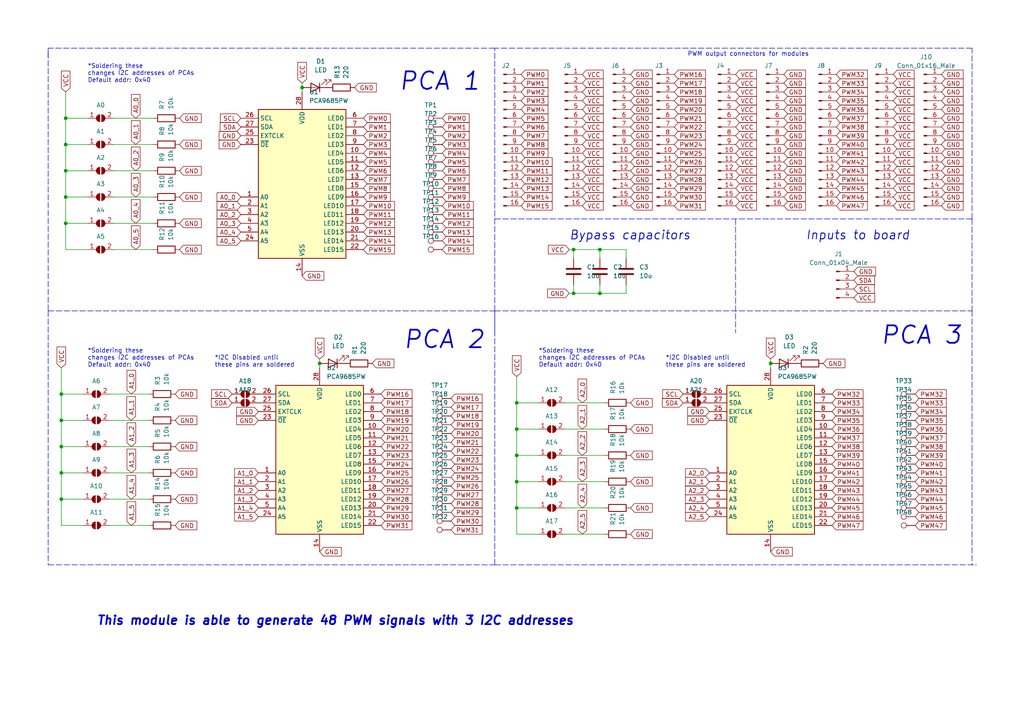
<source format=kicad_sch>
(kicad_sch (version 20211123) (generator eeschema)
  (paper "A4")
  (lib_symbols
    (symbol "Connector:Conn_01x04_Male" (pin_names (offset 1.016) hide)
      (property "Reference" "J" (at 0 5.08 0))
      (property "Value" "Conn_01x04_Male" (at 0 -7.62 0))
      (symbol "Conn_01x04_Male_1_1"
        (pin passive line (at 5.08 2.54 180) (length 3.81) (name "Pin_1") (number "1"))
        (pin passive line (at 5.08 0 180) (length 3.81) (name "Pin_2") (number "2"))
        (pin passive line (at 5.08 -2.54 180) (length 3.81) (name "Pin_3") (number "3"))
        (pin passive line (at 5.08 -5.08 180) (length 3.81) (name "Pin_4") (number "4"))
      )
    )
    (symbol "Connector:Conn_01x16_Male" (pin_names (offset 1.016) hide)
      (property "Reference" "J" (at 0 20.32 0))
      (property "Value" "Conn_01x16_Male" (at 0 -22.86 0))
      (symbol "Conn_01x16_Male_1_1"
        (pin passive line (at 5.08 17.78 180) (length 3.81) (name "Pin_1") (number "1"))
        (pin passive line (at 5.08 -5.08 180) (length 3.81) (name "Pin_10") (number "10"))
        (pin passive line (at 5.08 -7.62 180) (length 3.81) (name "Pin_11") (number "11"))
        (pin passive line (at 5.08 -10.16 180) (length 3.81) (name "Pin_12") (number "12"))
        (pin passive line (at 5.08 -12.7 180) (length 3.81) (name "Pin_13") (number "13"))
        (pin passive line (at 5.08 -15.24 180) (length 3.81) (name "Pin_14") (number "14"))
        (pin passive line (at 5.08 -17.78 180) (length 3.81) (name "Pin_15") (number "15"))
        (pin passive line (at 5.08 -20.32 180) (length 3.81) (name "Pin_16") (number "16"))
        (pin passive line (at 5.08 15.24 180) (length 3.81) (name "Pin_2") (number "2"))
        (pin passive line (at 5.08 12.7 180) (length 3.81) (name "Pin_3") (number "3"))
        (pin passive line (at 5.08 10.16 180) (length 3.81) (name "Pin_4") (number "4"))
        (pin passive line (at 5.08 7.62 180) (length 3.81) (name "Pin_5") (number "5"))
        (pin passive line (at 5.08 5.08 180) (length 3.81) (name "Pin_6") (number "6"))
        (pin passive line (at 5.08 2.54 180) (length 3.81) (name "Pin_7") (number "7"))
        (pin passive line (at 5.08 0 180) (length 3.81) (name "Pin_8") (number "8"))
        (pin passive line (at 5.08 -2.54 180) (length 3.81) (name "Pin_9") (number "9"))
      )
    )
    (symbol "Connector:TestPoint" (pin_numbers hide) (pin_names (offset 0.762) hide)
      (property "Reference" "TP" (at 0 6.858 0))
      (property "Value" "TestPoint" (at 0 5.08 0))
      (symbol "TestPoint_1_1"
        (pin passive line (at 0 0 90) (length 2.54) (name "1") (number "1"))
      )
    )
    (symbol "Device:C" (pin_numbers hide) (pin_names (offset 0.254))
      (property "Reference" "C" (at 0.635 2.54 0))
      (property "Value" "C" (at 0.635 -2.54 0))
      (symbol "C_1_1"
        (pin passive line (at 0 3.81 270) (length 2.794) (name "~") (number "1"))
        (pin passive line (at 0 -3.81 90) (length 2.794) (name "~") (number "2"))
      )
    )
    (symbol "Device:LED" (pin_numbers hide) (pin_names (offset 1.016) hide)
      (property "Reference" "D" (at 0 2.54 0))
      (property "Value" "LED" (at 0 -2.54 0))
      (symbol "LED_1_1"
        (pin passive line (at -3.81 0 0) (length 2.54) (name "K") (number "1"))
        (pin passive line (at 3.81 0 180) (length 2.54) (name "A") (number "2"))
      )
    )
    (symbol "Device:R" (pin_numbers hide) (pin_names (offset 0))
      (property "Reference" "R" (at 2.032 0 90))
      (property "Value" "R" (at 0 0 90))
      (symbol "R_1_1"
        (pin passive line (at 0 3.81 270) (length 1.27) (name "~") (number "1"))
        (pin passive line (at 0 -3.81 90) (length 1.27) (name "~") (number "2"))
      )
    )
    (symbol "Driver_LED:PCA9685PW"
      (property "Reference" "U" (at -12.7 22.225 0))
      (property "Value" "PCA9685PW" (at 1.27 22.225 0))
      (symbol "PCA9685PW_1_1"
        (pin input line (at -17.78 -5.08 0) (length 5.08) (name "A0") (number "1"))
        (pin output line (at 17.78 7.62 180) (length 5.08) (name "LED4") (number "10"))
        (pin output line (at 17.78 5.08 180) (length 5.08) (name "LED5") (number "11"))
        (pin output line (at 17.78 2.54 180) (length 5.08) (name "LED6") (number "12"))
        (pin output line (at 17.78 0 180) (length 5.08) (name "LED7") (number "13"))
        (pin power_in line (at 0 -27.94 90) (length 5.08) (name "VSS") (number "14"))
        (pin output line (at 17.78 -2.54 180) (length 5.08) (name "LED8") (number "15"))
        (pin output line (at 17.78 -5.08 180) (length 5.08) (name "LED9") (number "16"))
        (pin output line (at 17.78 -7.62 180) (length 5.08) (name "LED10") (number "17"))
        (pin output line (at 17.78 -10.16 180) (length 5.08) (name "LED11") (number "18"))
        (pin output line (at 17.78 -12.7 180) (length 5.08) (name "LED12") (number "19"))
        (pin input line (at -17.78 -7.62 0) (length 5.08) (name "A1") (number "2"))
        (pin output line (at 17.78 -15.24 180) (length 5.08) (name "LED13") (number "20"))
        (pin output line (at 17.78 -17.78 180) (length 5.08) (name "LED14") (number "21"))
        (pin output line (at 17.78 -20.32 180) (length 5.08) (name "LED15") (number "22"))
        (pin input line (at -17.78 10.16 0) (length 5.08) (name "~{OE}") (number "23"))
        (pin input line (at -17.78 -17.78 0) (length 5.08) (name "A5") (number "24"))
        (pin input line (at -17.78 12.7 0) (length 5.08) (name "EXTCLK") (number "25"))
        (pin input line (at -17.78 17.78 0) (length 5.08) (name "SCL") (number "26"))
        (pin bidirectional line (at -17.78 15.24 0) (length 5.08) (name "SDA") (number "27"))
        (pin power_in line (at 0 25.4 270) (length 5.08) (name "VDD") (number "28"))
        (pin input line (at -17.78 -10.16 0) (length 5.08) (name "A2") (number "3"))
        (pin input line (at -17.78 -12.7 0) (length 5.08) (name "A3") (number "4"))
        (pin input line (at -17.78 -15.24 0) (length 5.08) (name "A4") (number "5"))
        (pin output line (at 17.78 17.78 180) (length 5.08) (name "LED0") (number "6"))
        (pin output line (at 17.78 15.24 180) (length 5.08) (name "LED1") (number "7"))
        (pin output line (at 17.78 12.7 180) (length 5.08) (name "LED2") (number "8"))
        (pin output line (at 17.78 10.16 180) (length 5.08) (name "LED3") (number "9"))
      )
    )
    (symbol "Jumper:SolderJumper_2_Open" (pin_names (offset 0) hide)
      (property "Reference" "JP" (at 0 2.032 0))
      (property "Value" "SolderJumper_2_Open" (at 0 -2.54 0))
      (symbol "SolderJumper_2_Open_1_1"
        (pin passive line (at -3.81 0 0) (length 2.54) (name "A") (number "1"))
        (pin passive line (at 3.81 0 180) (length 2.54) (name "B") (number "2"))
      )
    )
  )
  (junction (at 166.37 72.39))
  (junction (at 19.05 34.29))
  (junction (at 19.05 41.91))
  (junction (at 149.86 139.7))
  (junction (at 149.86 124.46))
  (junction (at 149.86 116.84))
  (junction (at 17.78 137.16))
  (junction (at 19.05 49.53))
  (junction (at 173.99 72.39))
  (junction (at 149.86 132.08))
  (junction (at 19.05 64.77))
  (junction (at 19.05 57.15))
  (junction (at 17.78 144.78))
  (junction (at 223.52 105.41))
  (junction (at 17.78 121.92))
  (junction (at 87.63 25.4))
  (junction (at 17.78 114.3))
  (junction (at 166.37 85.09))
  (junction (at 17.78 129.54))
  (junction (at 173.99 85.09))
  (junction (at 92.71 105.41))
  (junction (at 149.86 147.32))
  (polyline (pts (xy 13.97 15.24) (xy 13.97 16.51)))
  (polyline (pts (xy 281.94 13.97) (xy 143.51 13.97)))
  (wire (pts (xy 149.86 132.08) (xy 149.86 139.7)))
  (wire (pts (xy 19.05 49.53) (xy 19.05 41.91)))
  (wire (pts (xy 166.37 72.39) (xy 166.37 74.93)))
  (wire (pts (xy 19.05 49.53) (xy 19.05 57.15)))
  (polyline (pts (xy 143.51 163.83) (xy 143.51 90.17)))
  (polyline (pts (xy 281.94 63.5) (xy 281.94 90.17)))
  (wire (pts (xy 33.02 64.77) (xy 44.45 64.77)))
  (wire (pts (xy 92.71 104.14) (xy 92.71 105.41)))
  (wire (pts (xy 19.05 41.91) (xy 19.05 34.29)))
  (wire (pts (xy 163.83 147.32) (xy 175.26 147.32)))
  (wire (pts (xy 17.78 129.54) (xy 24.13 129.54)))
  (polyline (pts (xy 13.97 15.24) (xy 13.97 90.17)))
  (wire (pts (xy 149.86 109.22) (xy 149.86 116.84)))
  (wire (pts (xy 17.78 121.92) (xy 17.78 114.3)))
  (wire (pts (xy 149.86 116.84) (xy 156.21 116.84)))
  (wire (pts (xy 31.75 129.54) (xy 43.18 129.54)))
  (wire (pts (xy 181.61 74.93) (xy 181.61 72.39)))
  (wire (pts (xy 149.86 132.08) (xy 156.21 132.08)))
  (polyline (pts (xy 213.36 63.5) (xy 213.36 96.52)))
  (wire (pts (xy 92.71 105.41) (xy 92.71 106.68)))
  (wire (pts (xy 149.86 132.08) (xy 149.86 124.46)))
  (polyline (pts (xy 281.94 63.5) (xy 223.52 63.5)))
  (wire (pts (xy 17.78 129.54) (xy 17.78 121.92)))
  (wire (pts (xy 25.4 57.15) (xy 19.05 57.15)))
  (wire (pts (xy 33.02 72.39) (xy 44.45 72.39)))
  (wire (pts (xy 181.61 82.55) (xy 181.61 85.09)))
  (wire (pts (xy 149.86 147.32) (xy 149.86 154.94)))
  (wire (pts (xy 173.99 85.09) (xy 181.61 85.09)))
  (wire (pts (xy 25.4 64.77) (xy 19.05 64.77)))
  (wire (pts (xy 19.05 64.77) (xy 19.05 72.39)))
  (wire (pts (xy 17.78 144.78) (xy 17.78 152.4)))
  (wire (pts (xy 173.99 82.55) (xy 173.99 85.09)))
  (wire (pts (xy 156.21 124.46) (xy 149.86 124.46)))
  (wire (pts (xy 166.37 72.39) (xy 173.99 72.39)))
  (wire (pts (xy 163.83 139.7) (xy 175.26 139.7)))
  (wire (pts (xy 156.21 147.32) (xy 149.86 147.32)))
  (wire (pts (xy 31.75 152.4) (xy 43.18 152.4)))
  (wire (pts (xy 173.99 74.93) (xy 173.99 72.39)))
  (wire (pts (xy 31.75 114.3) (xy 43.18 114.3)))
  (wire (pts (xy 163.83 124.46) (xy 175.26 124.46)))
  (wire (pts (xy 19.05 34.29) (xy 25.4 34.29)))
  (wire (pts (xy 165.1 72.39) (xy 166.37 72.39)))
  (wire (pts (xy 33.02 41.91) (xy 44.45 41.91)))
  (polyline (pts (xy 13.97 90.17) (xy 13.97 163.83)))
  (wire (pts (xy 25.4 72.39) (xy 19.05 72.39)))
  (wire (pts (xy 19.05 57.15) (xy 19.05 64.77)))
  (polyline (pts (xy 143.51 90.17) (xy 143.51 13.97)))
  (wire (pts (xy 163.83 154.94) (xy 175.26 154.94)))
  (wire (pts (xy 19.05 49.53) (xy 25.4 49.53)))
  (wire (pts (xy 24.13 137.16) (xy 17.78 137.16)))
  (wire (pts (xy 33.02 57.15) (xy 44.45 57.15)))
  (polyline (pts (xy 13.97 90.17) (xy 143.51 90.17)))
  (polyline (pts (xy 13.97 163.83) (xy 143.51 163.83)))
  (wire (pts (xy 87.63 25.4) (xy 87.63 26.67)))
  (wire (pts (xy 223.52 105.41) (xy 223.52 106.68)))
  (wire (pts (xy 31.75 121.92) (xy 43.18 121.92)))
  (polyline (pts (xy 143.51 163.83) (xy 283.21 163.83)))
  (wire (pts (xy 24.13 152.4) (xy 17.78 152.4)))
  (wire (pts (xy 31.75 144.78) (xy 43.18 144.78)))
  (wire (pts (xy 24.13 121.92) (xy 17.78 121.92)))
  (wire (pts (xy 149.86 124.46) (xy 149.86 116.84)))
  (wire (pts (xy 156.21 154.94) (xy 149.86 154.94)))
  (polyline (pts (xy 281.94 63.5) (xy 281.94 13.97)))
  (wire (pts (xy 24.13 144.78) (xy 17.78 144.78)))
  (polyline (pts (xy 143.51 90.17) (xy 281.94 90.17)))
  (wire (pts (xy 25.4 41.91) (xy 19.05 41.91)))
  (wire (pts (xy 31.75 137.16) (xy 43.18 137.16)))
  (wire (pts (xy 33.02 49.53) (xy 44.45 49.53)))
  (wire (pts (xy 149.86 139.7) (xy 149.86 147.32)))
  (polyline (pts (xy 143.51 90.17) (xy 143.51 96.52)))
  (wire (pts (xy 163.83 132.08) (xy 175.26 132.08)))
  (wire (pts (xy 17.78 106.68) (xy 17.78 114.3)))
  (polyline (pts (xy 13.97 13.97) (xy 13.97 15.24)))
  (wire (pts (xy 17.78 114.3) (xy 24.13 114.3)))
  (polyline (pts (xy 143.51 63.5) (xy 223.52 63.5)))
  (wire (pts (xy 163.83 116.84) (xy 175.26 116.84)))
  (polyline (pts (xy 143.51 13.97) (xy 13.97 13.97)))
  (wire (pts (xy 173.99 72.39) (xy 181.61 72.39)))
  (wire (pts (xy 166.37 85.09) (xy 173.99 85.09)))
  (wire (pts (xy 17.78 129.54) (xy 17.78 137.16)))
  (wire (pts (xy 87.63 24.13) (xy 87.63 25.4)))
  (wire (pts (xy 17.78 137.16) (xy 17.78 144.78)))
  (wire (pts (xy 19.05 26.67) (xy 19.05 34.29)))
  (wire (pts (xy 156.21 139.7) (xy 149.86 139.7)))
  (polyline (pts (xy 281.94 90.17) (xy 281.94 163.83)))
  (wire (pts (xy 166.37 82.55) (xy 166.37 85.09)))
  (wire (pts (xy 166.37 85.09) (xy 165.1 85.09)))
  (wire (pts (xy 33.02 34.29) (xy 44.45 34.29)))
  (wire (pts (xy 223.52 104.14) (xy 223.52 105.41)))
  (text "This module is able to generate 48 PWM signals with 3 I2C addresses" (at 27.94 181.61 0) (effects (font (size 2.54 2.54) (thickness 0.508) bold italic) (justify left bottom)))
  (text "*Soldering these\nchanges I2C addresses of PCAs\nDefault addr: 0x40" (at 25.4 24.13 0) (effects (font (size 1.27 1.27)) (justify left bottom)))
  (text "PCA 2\n" (at 116.84 101.6 0) (effects (font (size 5.08 5.08) (thickness 0.508) bold italic) (justify left bottom)))
  (text "*Soldering these\nchanges I2C addresses of PCAs\nDefault addr: 0x40" (at 156.21 106.68 0) (effects (font (size 1.27 1.27)) (justify left bottom)))
  (text "PCA 3" (at 255.27 100.33 0) (effects (font (size 5.08 5.08) (thickness 0.508) bold italic) (justify left bottom)))
  (text "Bypass capacitors" (at 165.1 69.85 0) (effects (font (size 2.54 2.54) (thickness 0.254) bold italic) (justify left bottom)))
  (text "PCA 1" (at 115.57 26.67 0) (effects (font (size 5.08 5.08) (thickness 0.508) bold italic) (justify left bottom)))
  (text "Inputs to board" (at 233.68 69.85 0) (effects (font (size 2.54 2.54) (thickness 0.254) bold italic) (justify left bottom)))
  (text "*I2C Disabled until\nthese pins are soldered" (at 62.23 106.68 0) (effects (font (size 1.27 1.27)) (justify left bottom)))
  (text "PWM output connectors for modules" (at 199.39 16.51 0) (effects (font (size 1.27 1.27)) (justify left bottom)))
  (text "*Soldering these\nchanges I2C addresses of PCAs\nDefault addr: 0x40" (at 25.4 106.68 0) (effects (font (size 1.27 1.27)) (justify left bottom)))
  (text "*I2C Disabled until\nthese pins are soldered" (at 193.04 106.68 0) (effects (font (size 1.27 1.27)) (justify left bottom)))
  (global_label "VCC" (shape input) (at 168.91 26.67 0) (property "Intersheet References" "${INTERSHEET_REFS}" (effects hide)))
  (global_label "VCC" (shape input) (at 259.08 29.21 0) (property "Intersheet References" "${INTERSHEET_REFS}" (effects hide)))
  (global_label "PWM14" (shape input) (at 105.41 69.85 0) (property "Intersheet References" "${INTERSHEET_REFS}" (effects hide)))
  (global_label "PWM24" (shape input) (at 130.81 135.89 0) (property "Intersheet References" "${INTERSHEET_REFS}" (effects hide)))
  (global_label "GND" (shape input) (at 227.33 24.13 0) (property "Intersheet References" "${INTERSHEET_REFS}" (effects hide)))
  (global_label "PWM44" (shape input) (at 265.43 144.78 0) (property "Intersheet References" "${INTERSHEET_REFS}" (effects hide)))
  (global_label "PWM12" (shape input) (at 151.13 52.07 0) (property "Intersheet References" "${INTERSHEET_REFS}" (effects hide)))
  (global_label "PWM28" (shape input) (at 110.49 144.78 0) (property "Intersheet References" "${INTERSHEET_REFS}" (effects hide)))
  (global_label "GND" (shape input) (at 273.05 21.59 0) (property "Intersheet References" "${INTERSHEET_REFS}" (effects hide)))
  (global_label "VCC" (shape input) (at 259.08 24.13 0) (property "Intersheet References" "${INTERSHEET_REFS}" (effects hide)))
  (global_label "GND" (shape input) (at 50.8 144.78 0) (property "Intersheet References" "${INTERSHEET_REFS}" (effects hide)))
  (global_label "VCC" (shape input) (at 213.36 34.29 0) (property "Intersheet References" "${INTERSHEET_REFS}" (effects hide)))
  (global_label "PWM27" (shape input) (at 110.49 142.24 0) (property "Intersheet References" "${INTERSHEET_REFS}" (effects hide)))
  (global_label "PWM30" (shape input) (at 195.58 57.15 0) (property "Intersheet References" "${INTERSHEET_REFS}" (effects hide)))
  (global_label "VCC" (shape input) (at 168.91 54.61 0) (property "Intersheet References" "${INTERSHEET_REFS}" (effects hide)))
  (global_label "PWM19" (shape input) (at 130.81 123.19 0) (property "Intersheet References" "${INTERSHEET_REFS}" (effects hide)))
  (global_label "GND" (shape input) (at 238.76 105.41 0) (property "Intersheet References" "${INTERSHEET_REFS}" (effects hide)))
  (global_label "PWM45" (shape input) (at 265.43 147.32 0) (property "Intersheet References" "${INTERSHEET_REFS}" (effects hide)))
  (global_label "PWM13" (shape input) (at 105.41 67.31 0) (property "Intersheet References" "${INTERSHEET_REFS}" (effects hide)))
  (global_label "GND" (shape input) (at 50.8 121.92 0) (property "Intersheet References" "${INTERSHEET_REFS}" (effects hide)))
  (global_label "GND" (shape input) (at 273.05 24.13 0) (property "Intersheet References" "${INTERSHEET_REFS}" (effects hide)))
  (global_label "A1_4" (shape input) (at 74.93 147.32 180) (property "Intersheet References" "${INTERSHEET_REFS}" (effects hide)))
  (global_label "PWM38" (shape input) (at 242.57 36.83 0) (property "Intersheet References" "${INTERSHEET_REFS}" (effects hide)))
  (global_label "PWM34" (shape input) (at 241.3 119.38 0) (property "Intersheet References" "${INTERSHEET_REFS}" (effects hide)))
  (global_label "GND" (shape input) (at 182.88 124.46 0) (property "Intersheet References" "${INTERSHEET_REFS}" (effects hide)))
  (global_label "PWM16" (shape input) (at 130.81 115.57 0) (property "Intersheet References" "${INTERSHEET_REFS}" (effects hide)))
  (global_label "GND" (shape input) (at 223.52 160.02 0) (property "Intersheet References" "${INTERSHEET_REFS}" (effects hide)))
  (global_label "GND" (shape input) (at 227.33 39.37 0) (property "Intersheet References" "${INTERSHEET_REFS}" (effects hide)))
  (global_label "PWM3" (shape input) (at 105.41 41.91 0) (property "Intersheet References" "${INTERSHEET_REFS}" (effects hide)))
  (global_label "PWM9" (shape input) (at 151.13 44.45 0) (property "Intersheet References" "${INTERSHEET_REFS}" (effects hide)))
  (global_label "A1_1" (shape input) (at 74.93 139.7 180) (property "Intersheet References" "${INTERSHEET_REFS}" (effects hide)))
  (global_label "PWM47" (shape input) (at 241.3 152.4 0) (property "Intersheet References" "${INTERSHEET_REFS}" (effects hide)))
  (global_label "VCC" (shape input) (at 168.91 21.59 0) (property "Intersheet References" "${INTERSHEET_REFS}" (effects hide)))
  (global_label "VCC" (shape input) (at 168.91 41.91 0) (property "Intersheet References" "${INTERSHEET_REFS}" (effects hide)))
  (global_label "A0_4" (shape input) (at 69.85 67.31 180) (property "Intersheet References" "${INTERSHEET_REFS}" (effects hide)))
  (global_label "PWM31" (shape input) (at 110.49 152.4 0) (property "Intersheet References" "${INTERSHEET_REFS}" (effects hide)))
  (global_label "PWM10" (shape input) (at 128.27 59.69 0) (property "Intersheet References" "${INTERSHEET_REFS}" (effects hide)))
  (global_label "GND" (shape input) (at 182.88 29.21 0) (property "Intersheet References" "${INTERSHEET_REFS}" (effects hide)))
  (global_label "GND" (shape input) (at 52.07 41.91 0) (property "Intersheet References" "${INTERSHEET_REFS}" (effects hide)))
  (global_label "PWM37" (shape input) (at 265.43 127 0) (property "Intersheet References" "${INTERSHEET_REFS}" (effects hide)))
  (global_label "PWM23" (shape input) (at 195.58 39.37 0) (property "Intersheet References" "${INTERSHEET_REFS}" (effects hide)))
  (global_label "GND" (shape input) (at 182.88 26.67 0) (property "Intersheet References" "${INTERSHEET_REFS}" (effects hide)))
  (global_label "PWM35" (shape input) (at 265.43 121.92 0) (property "Intersheet References" "${INTERSHEET_REFS}" (effects hide)))
  (global_label "GND" (shape input) (at 273.05 26.67 0) (property "Intersheet References" "${INTERSHEET_REFS}" (effects hide)))
  (global_label "GND" (shape input) (at 182.88 57.15 0) (property "Intersheet References" "${INTERSHEET_REFS}" (effects hide)))
  (global_label "PWM5" (shape input) (at 151.13 34.29 0) (property "Intersheet References" "${INTERSHEET_REFS}" (effects hide)))
  (global_label "VCC" (shape input) (at 213.36 21.59 0) (property "Intersheet References" "${INTERSHEET_REFS}" (effects hide)))
  (global_label "A0_5" (shape input) (at 69.85 69.85 180) (property "Intersheet References" "${INTERSHEET_REFS}" (effects hide)))
  (global_label "A0_2" (shape input) (at 69.85 62.23 180) (property "Intersheet References" "${INTERSHEET_REFS}" (effects hide)))
  (global_label "GND" (shape input) (at 227.33 34.29 0) (property "Intersheet References" "${INTERSHEET_REFS}" (effects hide)))
  (global_label "VCC" (shape input) (at 168.91 24.13 0) (property "Intersheet References" "${INTERSHEET_REFS}" (effects hide)))
  (global_label "PWM33" (shape input) (at 242.57 24.13 0) (property "Intersheet References" "${INTERSHEET_REFS}" (effects hide)))
  (global_label "A2_1" (shape input) (at 205.74 139.7 180) (property "Intersheet References" "${INTERSHEET_REFS}" (effects hide)))
  (global_label "VCC" (shape input) (at 168.91 39.37 0) (property "Intersheet References" "${INTERSHEET_REFS}" (effects hide)))
  (global_label "PWM13" (shape input) (at 151.13 54.61 0) (property "Intersheet References" "${INTERSHEET_REFS}" (effects hide)))
  (global_label "VCC" (shape input) (at 259.08 57.15 0) (property "Intersheet References" "${INTERSHEET_REFS}" (effects hide)))
  (global_label "VCC" (shape input) (at 19.05 26.67 90) (property "Intersheet References" "${INTERSHEET_REFS}" (effects hide)))
  (global_label "SDA" (shape input) (at 247.65 81.28 0) (property "Intersheet References" "${INTERSHEET_REFS}" (effects hide)))
  (global_label "GND" (shape input) (at 50.8 114.3 0) (property "Intersheet References" "${INTERSHEET_REFS}" (effects hide)))
  (global_label "PWM25" (shape input) (at 195.58 44.45 0) (property "Intersheet References" "${INTERSHEET_REFS}" (effects hide)))
  (global_label "PWM40" (shape input) (at 242.57 41.91 0) (property "Intersheet References" "${INTERSHEET_REFS}" (effects hide)))
  (global_label "VCC" (shape input) (at 213.36 26.67 0) (property "Intersheet References" "${INTERSHEET_REFS}" (effects hide)))
  (global_label "PWM18" (shape input) (at 110.49 119.38 0) (property "Intersheet References" "${INTERSHEET_REFS}" (effects hide)))
  (global_label "PWM1" (shape input) (at 105.41 36.83 0) (property "Intersheet References" "${INTERSHEET_REFS}" (effects hide)))
  (global_label "PWM15" (shape input) (at 128.27 72.39 0) (property "Intersheet References" "${INTERSHEET_REFS}" (effects hide)))
  (global_label "PWM8" (shape input) (at 128.27 54.61 0) (property "Intersheet References" "${INTERSHEET_REFS}" (effects hide)))
  (global_label "A1_2" (shape input) (at 38.1 129.54 90) (property "Intersheet References" "${INTERSHEET_REFS}" (effects hide)))
  (global_label "PWM44" (shape input) (at 241.3 144.78 0) (property "Intersheet References" "${INTERSHEET_REFS}" (effects hide)))
  (global_label "PWM20" (shape input) (at 130.81 125.73 0) (property "Intersheet References" "${INTERSHEET_REFS}" (effects hide)))
  (global_label "A0_3" (shape input) (at 69.85 64.77 180) (property "Intersheet References" "${INTERSHEET_REFS}" (effects hide)))
  (global_label "GND" (shape input) (at 182.88 147.32 0) (property "Intersheet References" "${INTERSHEET_REFS}" (effects hide)))
  (global_label "GND" (shape input) (at 52.07 64.77 0) (property "Intersheet References" "${INTERSHEET_REFS}" (effects hide)))
  (global_label "GND" (shape input) (at 273.05 44.45 0) (property "Intersheet References" "${INTERSHEET_REFS}" (effects hide)))
  (global_label "PWM28" (shape input) (at 195.58 52.07 0) (property "Intersheet References" "${INTERSHEET_REFS}" (effects hide)))
  (global_label "SCL" (shape input) (at 67.31 114.3 180) (property "Intersheet References" "${INTERSHEET_REFS}" (effects hide)))
  (global_label "VCC" (shape input) (at 259.08 54.61 0) (property "Intersheet References" "${INTERSHEET_REFS}" (effects hide)))
  (global_label "PWM10" (shape input) (at 151.13 46.99 0) (property "Intersheet References" "${INTERSHEET_REFS}" (effects hide)))
  (global_label "GND" (shape input) (at 87.63 80.01 0) (property "Intersheet References" "${INTERSHEET_REFS}" (effects hide)))
  (global_label "GND" (shape input) (at 182.88 116.84 0) (property "Intersheet References" "${INTERSHEET_REFS}" (effects hide)))
  (global_label "PWM31" (shape input) (at 130.81 153.67 0) (property "Intersheet References" "${INTERSHEET_REFS}" (effects hide)))
  (global_label "GND" (shape input) (at 227.33 31.75 0) (property "Intersheet References" "${INTERSHEET_REFS}" (effects hide)))
  (global_label "VCC" (shape input) (at 213.36 52.07 0) (property "Intersheet References" "${INTERSHEET_REFS}" (effects hide)))
  (global_label "A2_5" (shape input) (at 168.91 154.94 90) (property "Intersheet References" "${INTERSHEET_REFS}" (effects hide)))
  (global_label "PWM7" (shape input) (at 105.41 52.07 0) (property "Intersheet References" "${INTERSHEET_REFS}" (effects hide)))
  (global_label "PWM26" (shape input) (at 195.58 46.99 0) (property "Intersheet References" "${INTERSHEET_REFS}" (effects hide)))
  (global_label "VCC" (shape input) (at 259.08 34.29 0) (property "Intersheet References" "${INTERSHEET_REFS}" (effects hide)))
  (global_label "GND" (shape input) (at 182.88 52.07 0) (property "Intersheet References" "${INTERSHEET_REFS}" (effects hide)))
  (global_label "GND" (shape input) (at 52.07 57.15 0) (property "Intersheet References" "${INTERSHEET_REFS}" (effects hide)))
  (global_label "PWM43" (shape input) (at 241.3 142.24 0) (property "Intersheet References" "${INTERSHEET_REFS}" (effects hide)))
  (global_label "VCC" (shape input) (at 168.91 44.45 0) (property "Intersheet References" "${INTERSHEET_REFS}" (effects hide)))
  (global_label "PWM16" (shape input) (at 110.49 114.3 0) (property "Intersheet References" "${INTERSHEET_REFS}" (effects hide)))
  (global_label "GND" (shape input) (at 273.05 31.75 0) (property "Intersheet References" "${INTERSHEET_REFS}" (effects hide)))
  (global_label "VCC" (shape input) (at 168.91 52.07 0) (property "Intersheet References" "${INTERSHEET_REFS}" (effects hide)))
  (global_label "PWM7" (shape input) (at 151.13 39.37 0) (property "Intersheet References" "${INTERSHEET_REFS}" (effects hide)))
  (global_label "PWM16" (shape input) (at 195.58 21.59 0) (property "Intersheet References" "${INTERSHEET_REFS}" (effects hide)))
  (global_label "PWM20" (shape input) (at 195.58 31.75 0) (property "Intersheet References" "${INTERSHEET_REFS}" (effects hide)))
  (global_label "PWM35" (shape input) (at 242.57 29.21 0) (property "Intersheet References" "${INTERSHEET_REFS}" (effects hide)))
  (global_label "PWM40" (shape input) (at 241.3 134.62 0) (property "Intersheet References" "${INTERSHEET_REFS}" (effects hide)))
  (global_label "PWM14" (shape input) (at 128.27 69.85 0) (property "Intersheet References" "${INTERSHEET_REFS}" (effects hide)))
  (global_label "SCL" (shape input) (at 69.85 34.29 180) (property "Intersheet References" "${INTERSHEET_REFS}" (effects hide)))
  (global_label "PWM42" (shape input) (at 241.3 139.7 0) (property "Intersheet References" "${INTERSHEET_REFS}" (effects hide)))
  (global_label "GND" (shape input) (at 273.05 41.91 0) (property "Intersheet References" "${INTERSHEET_REFS}" (effects hide)))
  (global_label "GND" (shape input) (at 182.88 39.37 0) (property "Intersheet References" "${INTERSHEET_REFS}" (effects hide)))
  (global_label "A1_5" (shape input) (at 38.1 152.4 90) (property "Intersheet References" "${INTERSHEET_REFS}" (effects hide)))
  (global_label "PWM17" (shape input) (at 130.81 118.11 0) (property "Intersheet References" "${INTERSHEET_REFS}" (effects hide)))
  (global_label "PWM41" (shape input) (at 265.43 137.16 0) (property "Intersheet References" "${INTERSHEET_REFS}" (effects hide)))
  (global_label "VCC" (shape input) (at 259.08 21.59 0) (property "Intersheet References" "${INTERSHEET_REFS}" (effects hide)))
  (global_label "PWM2" (shape input) (at 128.27 39.37 0) (property "Intersheet References" "${INTERSHEET_REFS}" (effects hide)))
  (global_label "GND" (shape input) (at 50.8 152.4 0) (property "Intersheet References" "${INTERSHEET_REFS}" (effects hide)))
  (global_label "PWM4" (shape input) (at 151.13 31.75 0) (property "Intersheet References" "${INTERSHEET_REFS}" (effects hide)))
  (global_label "PWM21" (shape input) (at 110.49 127 0) (property "Intersheet References" "${INTERSHEET_REFS}" (effects hide)))
  (global_label "PWM29" (shape input) (at 110.49 147.32 0) (property "Intersheet References" "${INTERSHEET_REFS}" (effects hide)))
  (global_label "VCC" (shape input) (at 165.1 72.39 180) (property "Intersheet References" "${INTERSHEET_REFS}" (effects hide)))
  (global_label "PWM41" (shape input) (at 242.57 44.45 0) (property "Intersheet References" "${INTERSHEET_REFS}" (effects hide)))
  (global_label "GND" (shape input) (at 205.74 119.38 180) (property "Intersheet References" "${INTERSHEET_REFS}" (effects hide)))
  (global_label "VCC" (shape input) (at 259.08 46.99 0) (property "Intersheet References" "${INTERSHEET_REFS}" (effects hide)))
  (global_label "VCC" (shape input) (at 213.36 24.13 0) (property "Intersheet References" "${INTERSHEET_REFS}" (effects hide)))
  (global_label "PWM33" (shape input) (at 241.3 116.84 0) (property "Intersheet References" "${INTERSHEET_REFS}" (effects hide)))
  (global_label "GND" (shape input) (at 182.88 59.69 0) (property "Intersheet References" "${INTERSHEET_REFS}" (effects hide)))
  (global_label "GND" (shape input) (at 182.88 36.83 0) (property "Intersheet References" "${INTERSHEET_REFS}" (effects hide)))
  (global_label "A0_3" (shape input) (at 39.37 57.15 90) (property "Intersheet References" "${INTERSHEET_REFS}" (effects hide)))
  (global_label "A2_2" (shape input) (at 168.91 132.08 90) (property "Intersheet References" "${INTERSHEET_REFS}" (effects hide)))
  (global_label "SDA" (shape input) (at 69.85 36.83 180) (property "Intersheet References" "${INTERSHEET_REFS}" (effects hide)))
  (global_label "GND" (shape input) (at 74.93 121.92 180) (property "Intersheet References" "${INTERSHEET_REFS}" (effects hide)))
  (global_label "A0_0" (shape input) (at 39.37 34.29 90) (property "Intersheet References" "${INTERSHEET_REFS}" (effects hide)))
  (global_label "PWM11" (shape input) (at 105.41 62.23 0) (property "Intersheet References" "${INTERSHEET_REFS}" (effects hide)))
  (global_label "PWM46" (shape input) (at 265.43 149.86 0) (property "Intersheet References" "${INTERSHEET_REFS}" (effects hide)))
  (global_label "VCC" (shape input) (at 168.91 59.69 0) (property "Intersheet References" "${INTERSHEET_REFS}" (effects hide)))
  (global_label "GND" (shape input) (at 74.93 119.38 180) (property "Intersheet References" "${INTERSHEET_REFS}" (effects hide)))
  (global_label "GND" (shape input) (at 107.95 105.41 0) (property "Intersheet References" "${INTERSHEET_REFS}" (effects hide)))
  (global_label "PWM30" (shape input) (at 130.81 151.13 0) (property "Intersheet References" "${INTERSHEET_REFS}" (effects hide)))
  (global_label "VCC" (shape input) (at 259.08 49.53 0) (property "Intersheet References" "${INTERSHEET_REFS}" (effects hide)))
  (global_label "PWM38" (shape input) (at 265.43 129.54 0) (property "Intersheet References" "${INTERSHEET_REFS}" (effects hide)))
  (global_label "A2_4" (shape input) (at 205.74 147.32 180) (property "Intersheet References" "${INTERSHEET_REFS}" (effects hide)))
  (global_label "GND" (shape input) (at 227.33 46.99 0) (property "Intersheet References" "${INTERSHEET_REFS}" (effects hide)))
  (global_label "PWM46" (shape input) (at 241.3 149.86 0) (property "Intersheet References" "${INTERSHEET_REFS}" (effects hide)))
  (global_label "GND" (shape input) (at 227.33 54.61 0) (property "Intersheet References" "${INTERSHEET_REFS}" (effects hide)))
  (global_label "PWM6" (shape input) (at 128.27 49.53 0) (property "Intersheet References" "${INTERSHEET_REFS}" (effects hide)))
  (global_label "SDA" (shape input) (at 198.12 116.84 180) (property "Intersheet References" "${INTERSHEET_REFS}" (effects hide)))
  (global_label "GND" (shape input) (at 182.88 34.29 0) (property "Intersheet References" "${INTERSHEET_REFS}" (effects hide)))
  (global_label "GND" (shape input) (at 227.33 41.91 0) (property "Intersheet References" "${INTERSHEET_REFS}" (effects hide)))
  (global_label "VCC" (shape input) (at 92.71 104.14 90) (property "Intersheet References" "${INTERSHEET_REFS}" (effects hide)))
  (global_label "PWM27" (shape input) (at 130.81 143.51 0) (property "Intersheet References" "${INTERSHEET_REFS}" (effects hide)))
  (global_label "PWM36" (shape input) (at 241.3 124.46 0) (property "Intersheet References" "${INTERSHEET_REFS}" (effects hide)))
  (global_label "GND" (shape input) (at 227.33 52.07 0) (property "Intersheet References" "${INTERSHEET_REFS}" (effects hide)))
  (global_label "GND" (shape input) (at 273.05 29.21 0) (property "Intersheet References" "${INTERSHEET_REFS}" (effects hide)))
  (global_label "GND" (shape input) (at 273.05 49.53 0) (property "Intersheet References" "${INTERSHEET_REFS}" (effects hide)))
  (global_label "A2_4" (shape input) (at 168.91 147.32 90) (property "Intersheet References" "${INTERSHEET_REFS}" (effects hide)))
  (global_label "PWM14" (shape input) (at 151.13 57.15 0) (property "Intersheet References" "${INTERSHEET_REFS}" (effects hide)))
  (global_label "PWM47" (shape input) (at 265.43 152.4 0) (property "Intersheet References" "${INTERSHEET_REFS}" (effects hide)))
  (global_label "PWM40" (shape input) (at 265.43 134.62 0) (property "Intersheet References" "${INTERSHEET_REFS}" (effects hide)))
  (global_label "VCC" (shape input) (at 259.08 36.83 0) (property "Intersheet References" "${INTERSHEET_REFS}" (effects hide)))
  (global_label "GND" (shape input) (at 182.88 31.75 0) (property "Intersheet References" "${INTERSHEET_REFS}" (effects hide)))
  (global_label "GND" (shape input) (at 69.85 41.91 180) (property "Intersheet References" "${INTERSHEET_REFS}" (effects hide)))
  (global_label "A0_4" (shape input) (at 39.37 64.77 90) (property "Intersheet References" "${INTERSHEET_REFS}" (effects hide)))
  (global_label "PWM4" (shape input) (at 128.27 44.45 0) (property "Intersheet References" "${INTERSHEET_REFS}" (effects hide)))
  (global_label "GND" (shape input) (at 273.05 46.99 0) (property "Intersheet References" "${INTERSHEET_REFS}" (effects hide)))
  (global_label "PWM0" (shape input) (at 151.13 21.59 0) (property "Intersheet References" "${INTERSHEET_REFS}" (effects hide)))
  (global_label "PWM23" (shape input) (at 110.49 132.08 0) (property "Intersheet References" "${INTERSHEET_REFS}" (effects hide)))
  (global_label "GND" (shape input) (at 182.88 24.13 0) (property "Intersheet References" "${INTERSHEET_REFS}" (effects hide)))
  (global_label "A2_3" (shape input) (at 205.74 144.78 180) (property "Intersheet References" "${INTERSHEET_REFS}" (effects hide)))
  (global_label "PWM31" (shape input) (at 195.58 59.69 0) (property "Intersheet References" "${INTERSHEET_REFS}" (effects hide)))
  (global_label "VCC" (shape input) (at 213.36 59.69 0) (property "Intersheet References" "${INTERSHEET_REFS}" (effects hide)))
  (global_label "VCC" (shape input) (at 259.08 44.45 0) (property "Intersheet References" "${INTERSHEET_REFS}" (effects hide)))
  (global_label "A0_5" (shape input) (at 39.37 72.39 90) (property "Intersheet References" "${INTERSHEET_REFS}" (effects hide)))
  (global_label "PWM6" (shape input) (at 151.13 36.83 0) (property "Intersheet References" "${INTERSHEET_REFS}" (effects hide)))
  (global_label "PWM42" (shape input) (at 265.43 139.7 0) (property "Intersheet References" "${INTERSHEET_REFS}" (effects hide)))
  (global_label "A2_0" (shape input) (at 205.74 137.16 180) (property "Intersheet References" "${INTERSHEET_REFS}" (effects hide)))
  (global_label "A1_1" (shape input) (at 38.0306 121.92 90) (property "Intersheet References" "${INTERSHEET_REFS}" (effects hide)))
  (global_label "PWM27" (shape input) (at 195.58 49.53 0) (property "Intersheet References" "${INTERSHEET_REFS}" (effects hide)))
  (global_label "VCC" (shape input) (at 259.08 52.07 0) (property "Intersheet References" "${INTERSHEET_REFS}" (effects hide)))
  (global_label "PWM15" (shape input) (at 105.41 72.39 0) (property "Intersheet References" "${INTERSHEET_REFS}" (effects hide)))
  (global_label "VCC" (shape input) (at 213.36 31.75 0) (property "Intersheet References" "${INTERSHEET_REFS}" (effects hide)))
  (global_label "PWM32" (shape input) (at 241.3 114.3 0) (property "Intersheet References" "${INTERSHEET_REFS}" (effects hide)))
  (global_label "GND" (shape input) (at 227.33 21.59 0) (property "Intersheet References" "${INTERSHEET_REFS}" (effects hide)))
  (global_label "PWM5" (shape input) (at 128.27 46.99 0) (property "Intersheet References" "${INTERSHEET_REFS}" (effects hide)))
  (global_label "A1_2" (shape input) (at 74.93 142.24 180) (property "Intersheet References" "${INTERSHEET_REFS}" (effects hide)))
  (global_label "GND" (shape input) (at 273.05 59.69 0) (property "Intersheet References" "${INTERSHEET_REFS}" (effects hide)))
  (global_label "PWM35" (shape input) (at 241.3 121.92 0) (property "Intersheet References" "${INTERSHEET_REFS}" (effects hide)))
  (global_label "PWM5" (shape input) (at 105.41 46.99 0) (property "Intersheet References" "${INTERSHEET_REFS}" (effects hide)))
  (global_label "VCC" (shape input) (at 168.91 34.29 0) (property "Intersheet References" "${INTERSHEET_REFS}" (effects hide)))
  (global_label "GND" (shape input) (at 273.05 39.37 0) (property "Intersheet References" "${INTERSHEET_REFS}" (effects hide)))
  (global_label "VCC" (shape input) (at 213.36 44.45 0) (property "Intersheet References" "${INTERSHEET_REFS}" (effects hide)))
  (global_label "GND" (shape input) (at 52.07 34.29 0) (property "Intersheet References" "${INTERSHEET_REFS}" (effects hide)))
  (global_label "A1_0" (shape input) (at 74.93 137.16 180) (property "Intersheet References" "${INTERSHEET_REFS}" (effects hide)))
  (global_label "VCC" (shape input) (at 213.36 39.37 0) (property "Intersheet References" "${INTERSHEET_REFS}" (effects hide)))
  (global_label "PWM26" (shape input) (at 130.81 140.97 0) (property "Intersheet References" "${INTERSHEET_REFS}" (effects hide)))
  (global_label "GND" (shape input) (at 69.85 39.37 180) (property "Intersheet References" "${INTERSHEET_REFS}" (effects hide)))
  (global_label "PWM26" (shape input) (at 110.49 139.7 0) (property "Intersheet References" "${INTERSHEET_REFS}" (effects hide)))
  (global_label "GND" (shape input) (at 182.88 46.99 0) (property "Intersheet References" "${INTERSHEET_REFS}" (effects hide)))
  (global_label "SDA" (shape input) (at 67.31 116.84 180) (property "Intersheet References" "${INTERSHEET_REFS}" (effects hide)))
  (global_label "PWM8" (shape input) (at 151.13 41.91 0) (property "Intersheet References" "${INTERSHEET_REFS}" (effects hide)))
  (global_label "PWM22" (shape input) (at 195.58 36.83 0) (property "Intersheet References" "${INTERSHEET_REFS}" (effects hide)))
  (global_label "VCC" (shape input) (at 168.91 49.53 0) (property "Intersheet References" "${INTERSHEET_REFS}" (effects hide)))
  (global_label "VCC" (shape input) (at 213.36 46.99 0) (property "Intersheet References" "${INTERSHEET_REFS}" (effects hide)))
  (global_label "PWM25" (shape input) (at 110.49 137.16 0) (property "Intersheet References" "${INTERSHEET_REFS}" (effects hide)))
  (global_label "PWM17" (shape input) (at 110.49 116.84 0) (property "Intersheet References" "${INTERSHEET_REFS}" (effects hide)))
  (global_label "PWM13" (shape input) (at 128.27 67.31 0) (property "Intersheet References" "${INTERSHEET_REFS}" (effects hide)))
  (global_label "VCC" (shape input) (at 213.36 54.61 0) (property "Intersheet References" "${INTERSHEET_REFS}" (effects hide)))
  (global_label "PWM24" (shape input) (at 110.49 134.62 0) (property "Intersheet References" "${INTERSHEET_REFS}" (effects hide)))
  (global_label "A1_3" (shape input) (at 74.93 144.78 180) (property "Intersheet References" "${INTERSHEET_REFS}" (effects hide)))
  (global_label "PWM19" (shape input) (at 110.49 121.92 0) (property "Intersheet References" "${INTERSHEET_REFS}" (effects hide)))
  (global_label "PWM22" (shape input) (at 110.49 129.54 0) (property "Intersheet References" "${INTERSHEET_REFS}" (effects hide)))
  (global_label "GND" (shape input) (at 182.88 154.94 0) (property "Intersheet References" "${INTERSHEET_REFS}" (effects hide)))
  (global_label "GND" (shape input) (at 273.05 57.15 0) (property "Intersheet References" "${INTERSHEET_REFS}" (effects hide)))
  (global_label "A1_4" (shape input) (at 38.1 144.78 90) (property "Intersheet References" "${INTERSHEET_REFS}" (effects hide)))
  (global_label "PWM4" (shape input) (at 105.41 44.45 0) (property "Intersheet References" "${INTERSHEET_REFS}" (effects hide)))
  (global_label "PWM19" (shape input) (at 195.58 29.21 0) (property "Intersheet References" "${INTERSHEET_REFS}" (effects hide)))
  (global_label "A2_3" (shape input) (at 168.91 139.7 90) (property "Intersheet References" "${INTERSHEET_REFS}" (effects hide)))
  (global_label "PWM21" (shape input) (at 195.58 34.29 0) (property "Intersheet References" "${INTERSHEET_REFS}" (effects hide)))
  (global_label "VCC" (shape input) (at 149.86 109.22 90) (property "Intersheet References" "${INTERSHEET_REFS}" (effects hide)))
  (global_label "VCC" (shape input) (at 168.91 36.83 0) (property "Intersheet References" "${INTERSHEET_REFS}" (effects hide)))
  (global_label "PWM47" (shape input) (at 242.57 59.69 0) (property "Intersheet References" "${INTERSHEET_REFS}" (effects hide)))
  (global_label "PWM29" (shape input) (at 130.81 148.59 0) (property "Intersheet References" "${INTERSHEET_REFS}" (effects hide)))
  (global_label "VCC" (shape input) (at 213.36 41.91 0) (property "Intersheet References" "${INTERSHEET_REFS}" (effects hide)))
  (global_label "GND" (shape input) (at 182.88 139.7 0) (property "Intersheet References" "${INTERSHEET_REFS}" (effects hide)))
  (global_label "VCC" (shape input) (at 168.91 29.21 0) (property "Intersheet References" "${INTERSHEET_REFS}" (effects hide)))
  (global_label "PWM21" (shape input) (at 130.81 128.27 0) (property "Intersheet References" "${INTERSHEET_REFS}" (effects hide)))
  (global_label "PWM43" (shape input) (at 242.57 49.53 0) (property "Intersheet References" "${INTERSHEET_REFS}" (effects hide)))
  (global_label "PWM1" (shape input) (at 128.27 36.83 0) (property "Intersheet References" "${INTERSHEET_REFS}" (effects hide)))
  (global_label "GND" (shape input) (at 227.33 49.53 0) (property "Intersheet References" "${INTERSHEET_REFS}" (effects hide)))
  (global_label "GND" (shape input) (at 102.87 25.4 0) (property "Intersheet References" "${INTERSHEET_REFS}" (effects hide)))
  (global_label "PWM7" (shape input) (at 128.27 52.07 0) (property "Intersheet References" "${INTERSHEET_REFS}" (effects hide)))
  (global_label "PWM20" (shape input) (at 110.49 124.46 0) (property "Intersheet References" "${INTERSHEET_REFS}" (effects hide)))
  (global_label "GND" (shape input) (at 247.65 78.74 0) (property "Intersheet References" "${INTERSHEET_REFS}" (effects hide)))
  (global_label "PWM45" (shape input) (at 242.57 54.61 0) (property "Intersheet References" "${INTERSHEET_REFS}" (effects hide)))
  (global_label "GND" (shape input) (at 182.88 49.53 0) (property "Intersheet References" "${INTERSHEET_REFS}" (effects hide)))
  (global_label "PWM33" (shape input) (at 265.43 116.84 0) (property "Intersheet References" "${INTERSHEET_REFS}" (effects hide)))
  (global_label "PWM39" (shape input) (at 242.57 39.37 0) (property "Intersheet References" "${INTERSHEET_REFS}" (effects hide)))
  (global_label "PWM29" (shape input) (at 195.58 54.61 0) (property "Intersheet References" "${INTERSHEET_REFS}" (effects hide)))
  (global_label "GND" (shape input) (at 227.33 59.69 0) (property "Intersheet References" "${INTERSHEET_REFS}" (effects hide)))
  (global_label "PWM32" (shape input) (at 265.43 114.3 0) (property "Intersheet References" "${INTERSHEET_REFS}" (effects hide)))
  (global_label "VCC" (shape input) (at 213.36 57.15 0) (property "Intersheet References" "${INTERSHEET_REFS}" (effects hide)))
  (global_label "PWM0" (shape input) (at 128.27 34.29 0) (property "Intersheet References" "${INTERSHEET_REFS}" (effects hide)))
  (global_label "PWM25" (shape input) (at 130.81 138.43 0) (property "Intersheet References" "${INTERSHEET_REFS}" (effects hide)))
  (global_label "GND" (shape input) (at 227.33 44.45 0) (property "Intersheet References" "${INTERSHEET_REFS}" (effects hide)))
  (global_label "GND" (shape input) (at 50.8 137.16 0) (property "Intersheet References" "${INTERSHEET_REFS}" (effects hide)))
  (global_label "GND" (shape input) (at 273.05 54.61 0) (property "Intersheet References" "${INTERSHEET_REFS}" (effects hide)))
  (global_label "PWM30" (shape input) (at 110.49 149.86 0) (property "Intersheet References" "${INTERSHEET_REFS}" (effects hide)))
  (global_label "PWM6" (shape input) (at 105.41 49.53 0) (property "Intersheet References" "${INTERSHEET_REFS}" (effects hide)))
  (global_label "PWM18" (shape input) (at 195.58 26.67 0) (property "Intersheet References" "${INTERSHEET_REFS}" (effects hide)))
  (global_label "VCC" (shape input) (at 168.91 31.75 0) (property "Intersheet References" "${INTERSHEET_REFS}" (effects hide)))
  (global_label "PWM46" (shape input) (at 242.57 57.15 0) (property "Intersheet References" "${INTERSHEET_REFS}" (effects hide)))
  (global_label "PWM22" (shape input) (at 130.81 130.81 0) (property "Intersheet References" "${INTERSHEET_REFS}" (effects hide)))
  (global_label "VCC" (shape input) (at 247.65 86.36 0) (property "Intersheet References" "${INTERSHEET_REFS}" (effects hide)))
  (global_label "A2_2" (shape input) (at 205.74 142.24 180) (property "Intersheet References" "${INTERSHEET_REFS}" (effects hide)))
  (global_label "PWM37" (shape input) (at 242.57 34.29 0) (property "Intersheet References" "${INTERSHEET_REFS}" (effects hide)))
  (global_label "PWM42" (shape input) (at 242.57 46.99 0) (property "Intersheet References" "${INTERSHEET_REFS}" (effects hide)))
  (global_label "A2_1" (shape input) (at 168.91 124.46 90) (property "Intersheet References" "${INTERSHEET_REFS}" (effects hide)))
  (global_label "PWM34" (shape input) (at 265.43 119.38 0) (property "Intersheet References" "${INTERSHEET_REFS}" (effects hide)))
  (global_label "GND" (shape input) (at 182.88 41.91 0) (property "Intersheet References" "${INTERSHEET_REFS}" (effects hide)))
  (global_label "A0_0" (shape input) (at 69.85 57.15 180) (property "Intersheet References" "${INTERSHEET_REFS}" (effects hide)))
  (global_label "GND" (shape input) (at 227.33 26.67 0) (property "Intersheet References" "${INTERSHEET_REFS}" (effects hide)))
  (global_label "PWM23" (shape input) (at 130.81 133.35 0) (property "Intersheet References" "${INTERSHEET_REFS}" (effects hide)))
  (global_label "PWM0" (shape input) (at 105.41 34.29 0) (property "Intersheet References" "${INTERSHEET_REFS}" (effects hide)))
  (global_label "VCC" (shape input) (at 213.36 49.53 0) (property "Intersheet References" "${INTERSHEET_REFS}" (effects hide)))
  (global_label "PWM32" (shape input) (at 242.57 21.59 0) (property "Intersheet References" "${INTERSHEET_REFS}" (effects hide)))
  (global_label "PWM12" (shape input) (at 128.27 64.77 0) (property "Intersheet References" "${INTERSHEET_REFS}" (effects hide)))
  (global_label "GND" (shape input) (at 273.05 52.07 0) (property "Intersheet References" "${INTERSHEET_REFS}" (effects hide)))
  (global_label "PWM2" (shape input) (at 105.41 39.37 0) (property "Intersheet References" "${INTERSHEET_REFS}" (effects hide)))
  (global_label "PWM38" (shape input) (at 241.3 129.54 0) (property "Intersheet References" "${INTERSHEET_REFS}" (effects hide)))
  (global_label "PWM37" (shape input) (at 241.3 127 0) (property "Intersheet References" "${INTERSHEET_REFS}" (effects hide)))
  (global_label "PWM44" (shape input) (at 242.57 52.07 0) (property "Intersheet References" "${INTERSHEET_REFS}" (effects hide)))
  (global_label "GND" (shape input) (at 92.71 160.02 0) (property "Intersheet References" "${INTERSHEET_REFS}" (effects hide)))
  (global_label "PWM12" (shape input) (at 105.41 64.77 0) (property "Intersheet References" "${INTERSHEET_REFS}" (effects hide)))
  (global_label "SCL" (shape input) (at 247.65 83.82 0) (property "Intersheet References" "${INTERSHEET_REFS}" (effects hide)))
  (global_label "VCC" (shape input) (at 259.08 59.69 0) (property "Intersheet References" "${INTERSHEET_REFS}" (effects hide)))
  (global_label "GND" (shape input) (at 182.88 54.61 0) (property "Intersheet References" "${INTERSHEET_REFS}" (effects hide)))
  (global_label "GND" (shape input) (at 165.1 85.09 180) (property "Intersheet References" "${INTERSHEET_REFS}" (effects hide)))
  (global_label "GND" (shape input) (at 52.07 49.53 0) (property "Intersheet References" "${INTERSHEET_REFS}" (effects hide)))
  (global_label "GND" (shape input) (at 205.74 121.92 180) (property "Intersheet References" "${INTERSHEET_REFS}" (effects hide)))
  (global_label "GND" (shape input) (at 227.33 57.15 0) (property "Intersheet References" "${INTERSHEET_REFS}" (effects hide)))
  (global_label "VCC" (shape input) (at 168.91 46.99 0) (property "Intersheet References" "${INTERSHEET_REFS}" (effects hide)))
  (global_label "A1_0" (shape input) (at 38.1 114.3 90) (property "Intersheet References" "${INTERSHEET_REFS}" (effects hide)))
  (global_label "PWM36" (shape input) (at 242.57 31.75 0) (property "Intersheet References" "${INTERSHEET_REFS}" (effects hide)))
  (global_label "GND" (shape input) (at 50.8 129.54 0) (property "Intersheet References" "${INTERSHEET_REFS}" (effects hide)))
  (global_label "A2_5" (shape input) (at 205.74 149.86 180) (property "Intersheet References" "${INTERSHEET_REFS}" (effects hide)))
  (global_label "VCC" (shape input) (at 259.08 26.67 0) (property "Intersheet References" "${INTERSHEET_REFS}" (effects hide)))
  (global_label "VCC" (shape input) (at 213.36 36.83 0) (property "Intersheet References" "${INTERSHEET_REFS}" (effects hide)))
  (global_label "VCC" (shape input) (at 259.08 41.91 0) (property "Intersheet References" "${INTERSHEET_REFS}" (effects hide)))
  (global_label "PWM28" (shape input) (at 130.81 146.05 0) (property "Intersheet References" "${INTERSHEET_REFS}" (effects hide)))
  (global_label "PWM41" (shape input) (at 241.3 137.16 0) (property "Intersheet References" "${INTERSHEET_REFS}" (effects hide)))
  (global_label "A1_5" (shape input) (at 74.93 149.86 180) (property "Intersheet References" "${INTERSHEET_REFS}" (effects hide)))
  (global_label "GND" (shape input) (at 182.88 132.08 0) (property "Intersheet References" "${INTERSHEET_REFS}" (effects hide)))
  (global_label "PWM15" (shape input) (at 151.13 59.69 0) (property "Intersheet References" "${INTERSHEET_REFS}" (effects hide)))
  (global_label "A0_1" (shape input) (at 69.85 59.69 180) (property "Intersheet References" "${INTERSHEET_REFS}" (effects hide)))
  (global_label "A1_3" (shape input) (at 38.1 137.16 90) (property "Intersheet References" "${INTERSHEET_REFS}" (effects hide)))
  (global_label "VCC" (shape input) (at 213.36 29.21 0) (property "Intersheet References" "${INTERSHEET_REFS}" (effects hide)))
  (global_label "PWM18" (shape input) (at 130.81 120.65 0) (property "Intersheet References" "${INTERSHEET_REFS}" (effects hide)))
  (global_label "PWM17" (shape input) (at 195.58 24.13 0) (property "Intersheet References" "${INTERSHEET_REFS}" (effects hide)))
  (global_label "PWM34" (shape input) (at 242.57 26.67 0) (property "Intersheet References" "${INTERSHEET_REFS}" (effects hide)))
  (global_label "SCL" (shape input) (at 198.12 114.3 180) (property "Intersheet References" "${INTERSHEET_REFS}" (effects hide)))
  (global_label "PWM11" (shape input) (at 151.13 49.53 0) (property "Intersheet References" "${INTERSHEET_REFS}" (effects hide)))
  (global_label "VCC" (shape input) (at 259.08 39.37 0) (property "Intersheet References" "${INTERSHEET_REFS}" (effects hide)))
  (global_label "VCC" (shape input) (at 168.91 57.15 0) (property "Intersheet References" "${INTERSHEET_REFS}" (effects hide)))
  (global_label "GND" (shape input) (at 182.88 44.45 0) (property "Intersheet References" "${INTERSHEET_REFS}" (effects hide)))
  (global_label "GND" (shape input) (at 227.33 36.83 0) (property "Intersheet References" "${INTERSHEET_REFS}" (effects hide)))
  (global_label "A0_2" (shape input) (at 39.37 49.53 90) (property "Intersheet References" "${INTERSHEET_REFS}" (effects hide)))
  (global_label "GND" (shape input) (at 273.05 36.83 0) (property "Intersheet References" "${INTERSHEET_REFS}" (effects hide)))
  (global_label "PWM2" (shape input) (at 151.13 26.67 0) (property "Intersheet References" "${INTERSHEET_REFS}" (effects hide)))
  (global_label "PWM10" (shape input) (at 105.41 59.69 0) (property "Intersheet References" "${INTERSHEET_REFS}" (effects hide)))
  (global_label "PWM45" (shape input) (at 241.3 147.32 0) (property "Intersheet References" "${INTERSHEET_REFS}" (effects hide)))
  (global_label "PWM9" (shape input) (at 128.27 57.15 0) (property "Intersheet References" "${INTERSHEET_REFS}" (effects hide)))
  (global_label "PWM39" (shape input) (at 241.3 132.08 0) (property "Intersheet References" "${INTERSHEET_REFS}" (effects hide)))
  (global_label "PWM3" (shape input) (at 128.27 41.91 0) (property "Intersheet References" "${INTERSHEET_REFS}" (effects hide)))
  (global_label "A0_1" (shape input) (at 39.37 41.91 90) (property "Intersheet References" "${INTERSHEET_REFS}" (effects hide)))
  (global_label "VCC" (shape input) (at 17.78 106.68 90) (property "Intersheet References" "${INTERSHEET_REFS}" (effects hide)))
  (global_label "GND" (shape input) (at 227.33 29.21 0) (property "Intersheet References" "${INTERSHEET_REFS}" (effects hide)))
  (global_label "VCC" (shape input) (at 87.63 24.13 90) (property "Intersheet References" "${INTERSHEET_REFS}" (effects hide)))
  (global_label "PWM39" (shape input) (at 265.43 132.08 0) (property "Intersheet References" "${INTERSHEET_REFS}" (effects hide)))
  (global_label "PWM11" (shape input) (at 128.27 62.23 0) (property "Intersheet References" "${INTERSHEET_REFS}" (effects hide)))
  (global_label "VCC" (shape input) (at 223.52 104.14 90) (property "Intersheet References" "${INTERSHEET_REFS}" (effects hide)))
  (global_label "GND" (shape input) (at 273.05 34.29 0) (property "Intersheet References" "${INTERSHEET_REFS}" (effects hide)))
  (global_label "PWM8" (shape input) (at 105.41 54.61 0) (property "Intersheet References" "${INTERSHEET_REFS}" (effects hide)))
  (global_label "GND" (shape input) (at 182.88 21.59 0) (property "Intersheet References" "${INTERSHEET_REFS}" (effects hide)))
  (global_label "PWM36" (shape input) (at 265.43 124.46 0) (property "Intersheet References" "${INTERSHEET_REFS}" (effects hide)))
  (global_label "GND" (shape input) (at 52.07 72.39 0) (property "Intersheet References" "${INTERSHEET_REFS}" (effects hide)))
  (global_label "PWM9" (shape input) (at 105.41 57.15 0) (property "Intersheet References" "${INTERSHEET_REFS}" (effects hide)))
  (global_label "PWM43" (shape input) (at 265.43 142.24 0) (property "Intersheet References" "${INTERSHEET_REFS}" (effects hide)))
  (global_label "PWM1" (shape input) (at 151.13 24.13 0) (property "Intersheet References" "${INTERSHEET_REFS}" (effects hide)))
  (global_label "A2_0" (shape input) (at 168.91 116.84 90) (property "Intersheet References" "${INTERSHEET_REFS}" (effects hide)))
  (global_label "VCC" (shape input) (at 259.08 31.75 0) (property "Intersheet References" "${INTERSHEET_REFS}" (effects hide)))
  (global_label "PWM3" (shape input) (at 151.13 29.21 0) (property "Intersheet References" "${INTERSHEET_REFS}" (effects hide)))
  (global_label "PWM24" (shape input) (at 195.58 41.91 0) (property "Intersheet References" "${INTERSHEET_REFS}" (effects hide)))
  (symbol (lib_id "Connector:TestPoint") (at 130.81 151.13 90) (unit 1)
    (property "Reference" "TP31" (at 127.508 147.32 90))
    (property "Value" "TP" (effects hide))
    (property "Footprint" "TestPoint:TestPoint_Pad_D1.0mm" (effects hide))
  )
  (symbol (lib_id "Jumper:SolderJumper_2_Open") (at 27.94 144.78 0) (unit 1)
    (property "Reference" "A10" (at 27.94 140.97 0))
    (property "Value" "SolderJumper_2_Open" (effects hide))
    (property "Footprint" "Jumper:SolderJumper-2_P1.3mm_Open_RoundedPad1.0x1.5mm" (effects hide))
  )
  (symbol (lib_id "Connector:TestPoint") (at 265.43 134.62 90) (unit 1)
    (property "Reference" "TP41" (at 262.128 130.81 90))
    (property "Value" "TP" (effects hide))
    (property "Footprint" "TestPoint:TestPoint_Pad_D1.0mm" (effects hide))
  )
  (symbol (lib_id "Connector:TestPoint") (at 130.81 125.73 90) (unit 1)
    (property "Reference" "TP21" (at 127.508 121.92 90))
    (property "Value" "TP" (effects hide))
    (property "Footprint" "TestPoint:TestPoint_Pad_D1.0mm" (effects hide))
  )
  (symbol (lib_id "Connector:TestPoint") (at 130.81 120.65 90) (unit 1)
    (property "Reference" "TP19" (at 127.508 116.84 90))
    (property "Value" "TP" (effects hide))
    (property "Footprint" "TestPoint:TestPoint_Pad_D1.0mm" (effects hide))
  )
  (symbol (lib_id "Connector:TestPoint") (at 130.81 135.89 90) (unit 1)
    (property "Reference" "TP25" (at 127.508 132.08 90))
    (property "Value" "TP" (effects hide))
    (property "Footprint" "TestPoint:TestPoint_Pad_D1.0mm" (effects hide))
  )
  (symbol (lib_id "Connector:TestPoint") (at 128.27 39.37 90) (unit 1)
    (property "Reference" "TP3" (at 124.968 35.56 90))
    (property "Value" "TP" (effects hide))
    (property "Footprint" "TestPoint:TestPoint_Pad_D1.0mm" (effects hide))
  )
  (symbol (lib_id "Jumper:SolderJumper_2_Open") (at 160.02 139.7 0) (unit 1)
    (property "Reference" "A15" (at 160.02 135.89 0))
    (property "Value" "SolderJumper_2_Open" (effects hide))
    (property "Footprint" "Jumper:SolderJumper-2_P1.3mm_Open_RoundedPad1.0x1.5mm" (effects hide))
  )
  (symbol (lib_id "Device:LED") (at 227.33 105.41 180) (unit 1)
    (property "Reference" "D3" (at 228.9175 97.79 0))
    (property "Value" "LED" (at 228.9175 100.33 0))
    (property "Footprint" "Diode_SMD:D_0805_2012Metric" (effects hide))
  )
  (symbol (lib_id "Device:C") (at 173.99 78.74 0) (unit 1)
    (property "Reference" "C2" (at 177.8 77.4699 0) (effects (justify left)))
    (property "Value" "10u" (at 177.8 80.0099 0) (effects (justify left)))
    (property "Footprint" "Capacitor_SMD:C_0805_2012Metric" (effects hide))
  )
  (symbol (lib_id "Connector:TestPoint") (at 265.43 124.46 90) (unit 1)
    (property "Reference" "TP37" (at 262.128 120.65 90))
    (property "Value" "TP" (effects hide))
    (property "Footprint" "TestPoint:TestPoint_Pad_D1.0mm" (effects hide))
  )
  (symbol (lib_id "Connector:TestPoint") (at 265.43 114.3 90) (unit 1)
    (property "Reference" "TP33" (at 262.128 110.49 90))
    (property "Value" "TP" (effects hide))
    (property "Footprint" "TestPoint:TestPoint_Pad_D1.0mm" (effects hide))
  )
  (symbol (lib_id "Connector:Conn_01x16_Male") (at 237.49 39.37 0) (unit 1)
    (property "Reference" "J8" (at 238.125 19.05 0))
    (property "Value" "Conn_01x16_Male" (effects hide))
    (property "Footprint" "Connector_PinSocket_2.54mm:PinSocket_1x16_P2.54mm_Vertical" (effects hide))
  )
  (symbol (lib_id "Connector:TestPoint") (at 265.43 127 90) (unit 1)
    (property "Reference" "TP38" (at 262.128 123.19 90))
    (property "Value" "TP" (effects hide))
    (property "Footprint" "TestPoint:TestPoint_Pad_D1.0mm" (effects hide))
  )
  (symbol (lib_id "Connector:TestPoint") (at 265.43 132.08 90) (unit 1)
    (property "Reference" "TP40" (at 262.128 128.27 90))
    (property "Value" "TP" (effects hide))
    (property "Footprint" "TestPoint:TestPoint_Pad_D1.0mm" (effects hide))
  )
  (symbol (lib_id "Connector:TestPoint") (at 128.27 64.77 90) (unit 1)
    (property "Reference" "TP13" (at 124.968 60.96 90))
    (property "Value" "TP" (effects hide))
    (property "Footprint" "TestPoint:TestPoint_Pad_D1.0mm" (effects hide))
  )
  (symbol (lib_id "Connector:TestPoint") (at 265.43 149.86 90) (unit 1)
    (property "Reference" "TP47" (at 262.128 146.05 90))
    (property "Value" "TP" (effects hide))
    (property "Footprint" "TestPoint:TestPoint_Pad_D1.0mm" (effects hide))
  )
  (symbol (lib_id "Jumper:SolderJumper_2_Open") (at 201.93 114.3 0) (unit 1)
    (property "Reference" "A20" (at 201.93 110.49 0))
    (property "Value" "SolderJumper_2_Open" (effects hide))
    (property "Footprint" "Jumper:SolderJumper-2_P1.3mm_Open_RoundedPad1.0x1.5mm" (effects hide))
  )
  (symbol (lib_id "Connector:TestPoint") (at 265.43 147.32 90) (unit 1)
    (property "Reference" "TP46" (at 262.128 143.51 90))
    (property "Value" "TP" (effects hide))
    (property "Footprint" "TestPoint:TestPoint_Pad_D1.0mm" (effects hide))
  )
  (symbol (lib_id "Device:R") (at 48.26 41.91 90) (unit 1)
    (property "Reference" "R8" (at 46.9899 39.37 0) (effects (justify left)))
    (property "Value" "10k" (at 49.5299 39.37 0) (effects (justify left)))
    (property "Footprint" "Resistor_SMD:R_0805_2012Metric" (effects hide))
  )
  (symbol (lib_id "Jumper:SolderJumper_2_Open") (at 29.21 49.53 0) (unit 1)
    (property "Reference" "A2" (at 29.21 45.72 0))
    (property "Value" "SolderJumper_2_Open" (effects hide))
    (property "Footprint" "Jumper:SolderJumper-2_P1.3mm_Open_RoundedPad1.0x1.5mm" (effects hide))
  )
  (symbol (lib_id "Connector:Conn_01x16_Male") (at 222.25 39.37 0) (unit 1)
    (property "Reference" "J7" (at 222.885 19.05 0))
    (property "Value" "Conn_01x16_Male" (effects hide))
    (property "Footprint" "Connector_PinSocket_2.54mm:PinSocket_1x16_P2.54mm_Vertical" (effects hide))
  )
  (symbol (lib_id "Jumper:SolderJumper_2_Open") (at 29.21 41.91 0) (unit 1)
    (property "Reference" "A1" (at 29.21 38.1 0))
    (property "Value" "SolderJumper_2_Open" (effects hide))
    (property "Footprint" "Jumper:SolderJumper-2_P1.3mm_Open_RoundedPad1.0x1.5mm" (effects hide))
  )
  (symbol (lib_id "Jumper:SolderJumper_2_Open") (at 27.94 137.16 0) (unit 1)
    (property "Reference" "A9" (at 27.94 133.35 0))
    (property "Value" "SolderJumper_2_Open" (effects hide))
    (property "Footprint" "Jumper:SolderJumper-2_P1.3mm_Open_RoundedPad1.0x1.5mm" (effects hide))
  )
  (symbol (lib_id "Device:R") (at 48.26 72.39 90) (unit 1)
    (property "Reference" "R12" (at 46.9899 69.85 0) (effects (justify left)))
    (property "Value" "10k" (at 49.5299 69.85 0) (effects (justify left)))
    (property "Footprint" "Resistor_SMD:R_0805_2012Metric" (effects hide))
  )
  (symbol (lib_id "Connector:TestPoint") (at 130.81 128.27 90) (unit 1)
    (property "Reference" "TP22" (at 127.508 124.46 90))
    (property "Value" "TP" (effects hide))
    (property "Footprint" "TestPoint:TestPoint_Pad_D1.0mm" (effects hide))
  )
  (symbol (lib_id "Connector:Conn_01x16_Male") (at 190.5 39.37 0) (unit 1)
    (property "Reference" "J3" (at 191.135 19.05 0))
    (property "Value" "Conn_01x16_Male" (effects hide))
    (property "Footprint" "Connector_PinSocket_2.54mm:PinSocket_1x16_P2.54mm_Vertical" (effects hide))
  )
  (symbol (lib_id "Device:R") (at 179.07 147.32 90) (unit 1)
    (property "Reference" "R20" (at 177.7999 144.78 0) (effects (justify left)))
    (property "Value" "10k" (at 180.3399 144.78 0) (effects (justify left)))
    (property "Footprint" "Resistor_SMD:R_0805_2012Metric" (effects hide))
  )
  (symbol (lib_id "Connector:TestPoint") (at 130.81 140.97 90) (unit 1)
    (property "Reference" "TP27" (at 127.508 137.16 90))
    (property "Value" "TP" (effects hide))
    (property "Footprint" "TestPoint:TestPoint_Pad_D1.0mm" (effects hide))
  )
  (symbol (lib_id "Connector:TestPoint") (at 128.27 57.15 90) (unit 1)
    (property "Reference" "TP10" (at 124.968 53.34 90))
    (property "Value" "TP" (effects hide))
    (property "Footprint" "TestPoint:TestPoint_Pad_D1.0mm" (effects hide))
  )
  (symbol (lib_id "Connector:TestPoint") (at 265.43 152.4 90) (unit 1)
    (property "Reference" "TP48" (at 262.128 148.59 90))
    (property "Value" "TP" (effects hide))
    (property "Footprint" "TestPoint:TestPoint_Pad_D1.0mm" (effects hide))
  )
  (symbol (lib_id "Device:R") (at 46.99 129.54 90) (unit 1)
    (property "Reference" "R5" (at 45.7199 127 0) (effects (justify left)))
    (property "Value" "10k" (at 48.2599 127 0) (effects (justify left)))
    (property "Footprint" "Resistor_SMD:R_0805_2012Metric" (effects hide))
  )
  (symbol (lib_id "Device:R") (at 48.26 57.15 90) (unit 1)
    (property "Reference" "R10" (at 46.9899 54.61 0) (effects (justify left)))
    (property "Value" "10k" (at 49.5299 54.61 0) (effects (justify left)))
    (property "Footprint" "Resistor_SMD:R_0805_2012Metric" (effects hide))
  )
  (symbol (lib_id "Connector:Conn_01x16_Male") (at 146.05 39.37 0) (unit 1)
    (property "Reference" "J2" (at 146.685 19.05 0))
    (property "Value" "Conn_01x16_Male" (effects hide))
    (property "Footprint" "Connector_PinSocket_2.54mm:PinSocket_1x16_P2.54mm_Vertical" (effects hide))
  )
  (symbol (lib_id "Connector:TestPoint") (at 265.43 144.78 90) (unit 1)
    (property "Reference" "TP45" (at 262.128 140.97 90))
    (property "Value" "TP" (effects hide))
    (property "Footprint" "TestPoint:TestPoint_Pad_D1.0mm" (effects hide))
  )
  (symbol (lib_id "Jumper:SolderJumper_2_Open") (at 160.02 154.94 0) (unit 1)
    (property "Reference" "A17" (at 160.02 151.13 0))
    (property "Value" "SolderJumper_2_Open" (effects hide))
    (property "Footprint" "Jumper:SolderJumper-2_P1.3mm_Open_RoundedPad1.0x1.5mm" (effects hide))
  )
  (symbol (lib_id "Jumper:SolderJumper_2_Open") (at 29.21 72.39 0) (unit 1)
    (property "Reference" "A5" (at 29.21 68.58 0))
    (property "Value" "SolderJumper_2_Open" (effects hide))
    (property "Footprint" "Jumper:SolderJumper-2_P1.3mm_Open_RoundedPad1.0x1.5mm" (effects hide))
  )
  (symbol (lib_id "Device:C") (at 166.37 78.74 0) (unit 1)
    (property "Reference" "C1" (at 170.18 77.4699 0) (effects (justify left)))
    (property "Value" "10u" (at 170.18 80.0099 0) (effects (justify left)))
    (property "Footprint" "Capacitor_SMD:C_0805_2012Metric" (effects hide))
  )
  (symbol (lib_id "Connector:Conn_01x16_Male") (at 177.8 39.37 0) (unit 1)
    (property "Reference" "J6" (at 178.435 19.05 0))
    (property "Value" "Conn_01x16_Male" (effects hide))
    (property "Footprint" "Connector_PinSocket_2.54mm:PinSocket_1x16_P2.54mm_Vertical" (effects hide))
  )
  (symbol (lib_id "Connector:TestPoint") (at 128.27 52.07 90) (unit 1)
    (property "Reference" "TP8" (at 124.968 48.26 90))
    (property "Value" "TP" (effects hide))
    (property "Footprint" "TestPoint:TestPoint_Pad_D1.0mm" (effects hide))
  )
  (symbol (lib_id "Connector:Conn_01x16_Male") (at 163.83 39.37 0) (unit 1)
    (property "Reference" "J5" (at 164.465 19.05 0))
    (property "Value" "Conn_01x16_Male" (effects hide))
    (property "Footprint" "Connector_PinSocket_2.54mm:PinSocket_1x16_P2.54mm_Vertical" (effects hide))
  )
  (symbol (lib_id "Connector:TestPoint") (at 130.81 143.51 90) (unit 1)
    (property "Reference" "TP28" (at 127.508 139.7 90))
    (property "Value" "TP" (effects hide))
    (property "Footprint" "TestPoint:TestPoint_Pad_D1.0mm" (effects hide))
  )
  (symbol (lib_id "Connector:TestPoint") (at 130.81 130.81 90) (unit 1)
    (property "Reference" "TP23" (at 127.508 127 90))
    (property "Value" "TP" (effects hide))
    (property "Footprint" "TestPoint:TestPoint_Pad_D1.0mm" (effects hide))
  )
  (symbol (lib_id "Device:R") (at 46.99 114.3 90) (unit 1)
    (property "Reference" "R3" (at 45.7199 111.76 0) (effects (justify left)))
    (property "Value" "10k" (at 48.2599 111.76 0) (effects (justify left)))
    (property "Footprint" "Resistor_SMD:R_0805_2012Metric" (effects hide))
  )
  (symbol (lib_id "Connector:TestPoint") (at 128.27 72.39 90) (unit 1)
    (property "Reference" "TP16" (at 124.968 68.58 90))
    (property "Value" "TP" (effects hide))
    (property "Footprint" "TestPoint:TestPoint_Pad_D1.0mm" (effects hide))
  )
  (symbol (lib_id "Jumper:SolderJumper_2_Open") (at 29.21 57.15 0) (unit 1)
    (property "Reference" "A3" (at 29.21 53.34 0))
    (property "Value" "SolderJumper_2_Open" (effects hide))
    (property "Footprint" "Jumper:SolderJumper-2_P1.3mm_Open_RoundedPad1.0x1.5mm" (effects hide))
  )
  (symbol (lib_id "Connector:TestPoint") (at 265.43 121.92 90) (unit 1)
    (property "Reference" "TP36" (at 262.128 118.11 90))
    (property "Value" "TP" (effects hide))
    (property "Footprint" "TestPoint:TestPoint_Pad_D1.0mm" (effects hide))
  )
  (symbol (lib_id "Connector:TestPoint") (at 128.27 69.85 90) (unit 1)
    (property "Reference" "TP15" (at 124.968 66.04 90))
    (property "Value" "TP" (effects hide))
    (property "Footprint" "TestPoint:TestPoint_Pad_D1.0mm" (effects hide))
  )
  (symbol (lib_id "Connector:Conn_01x16_Male") (at 208.28 39.37 0) (unit 1)
    (property "Reference" "J4" (at 208.915 19.05 0))
    (property "Value" "Conn_01x16_Male" (effects hide))
    (property "Footprint" "Connector_PinSocket_2.54mm:PinSocket_1x16_P2.54mm_Vertical" (effects hide))
  )
  (symbol (lib_id "Device:R") (at 46.99 144.78 90) (unit 1)
    (property "Reference" "R14" (at 45.7199 142.24 0) (effects (justify left)))
    (property "Value" "10k" (at 48.2599 142.24 0) (effects (justify left)))
    (property "Footprint" "Resistor_SMD:R_0805_2012Metric" (effects hide))
  )
  (symbol (lib_id "Connector:Conn_01x04_Male") (at 242.57 81.28 0) (unit 1)
    (property "Reference" "J1" (at 243.205 73.66 0))
    (property "Value" "Conn_01x04_Male" (at 243.205 76.2 0))
    (property "Footprint" "Connector_PinSocket_2.54mm:PinSocket_1x04_P2.54mm_Vertical" (effects hide))
  )
  (symbol (lib_id "Connector:TestPoint") (at 128.27 62.23 90) (unit 1)
    (property "Reference" "TP12" (at 124.968 58.42 90))
    (property "Value" "TP" (effects hide))
    (property "Footprint" "TestPoint:TestPoint_Pad_D1.0mm" (effects hide))
  )
  (symbol (lib_id "Device:R") (at 179.07 116.84 90) (unit 1)
    (property "Reference" "R16" (at 177.7999 114.3 0) (effects (justify left)))
    (property "Value" "10k" (at 180.3399 114.3 0) (effects (justify left)))
    (property "Footprint" "Resistor_SMD:R_0805_2012Metric" (effects hide))
  )
  (symbol (lib_id "Connector:TestPoint") (at 128.27 49.53 90) (unit 1)
    (property "Reference" "TP7" (at 124.968 45.72 90))
    (property "Value" "TP" (effects hide))
    (property "Footprint" "TestPoint:TestPoint_Pad_D1.0mm" (effects hide))
  )
  (symbol (lib_id "Jumper:SolderJumper_2_Open") (at 201.93 116.84 0) (unit 1)
    (property "Reference" "A21" (at 201.93 113.03 0))
    (property "Value" "SolderJumper_2_Open" (effects hide))
    (property "Footprint" "Jumper:SolderJumper-2_P1.3mm_Open_RoundedPad1.0x1.5mm" (effects hide))
  )
  (symbol (lib_id "Connector:TestPoint") (at 130.81 153.67 90) (unit 1)
    (property "Reference" "TP32" (at 127.508 149.86 90))
    (property "Value" "TP" (effects hide))
    (property "Footprint" "TestPoint:TestPoint_Pad_D1.0mm" (effects hide))
  )
  (symbol (lib_id "Device:R") (at 179.07 124.46 90) (unit 1)
    (property "Reference" "R17" (at 177.7999 121.92 0) (effects (justify left)))
    (property "Value" "10k" (at 180.3399 121.92 0) (effects (justify left)))
    (property "Footprint" "Resistor_SMD:R_0805_2012Metric" (effects hide))
  )
  (symbol (lib_id "Device:R") (at 46.99 121.92 90) (unit 1)
    (property "Reference" "R4" (at 45.7199 119.38 0) (effects (justify left)))
    (property "Value" "10k" (at 48.2599 119.38 0) (effects (justify left)))
    (property "Footprint" "Resistor_SMD:R_0805_2012Metric" (effects hide))
  )
  (symbol (lib_id "Driver_LED:PCA9685PW") (at 87.63 52.07 0) (unit 1)
    (property "Reference" "U1" (at 89.6494 26.67 0) (effects (justify left)))
    (property "Value" "PCA9685PW" (at 89.6494 29.21 0) (effects (justify left)))
    (property "Footprint" "Package_SO:TSSOP-28_4.4x9.7mm_P0.65mm" (effects hide))
    (property "Datasheet" "http://www.nxp.com/documents/data_sheet/PCA9685.pdf" (effects hide))
  )
  (symbol (lib_id "Connector:TestPoint") (at 128.27 36.83 90) (unit 1)
    (property "Reference" "TP2" (at 124.968 33.02 90))
    (property "Value" "TP" (effects hide))
    (property "Footprint" "TestPoint:TestPoint_Pad_D1.0mm" (effects hide))
  )
  (symbol (lib_id "Connector:TestPoint") (at 128.27 41.91 90) (unit 1)
    (property "Reference" "TP4" (at 124.968 38.1 90))
    (property "Value" "TP" (effects hide))
    (property "Footprint" "TestPoint:TestPoint_Pad_D1.0mm" (effects hide))
  )
  (symbol (lib_id "Jumper:SolderJumper_2_Open") (at 160.02 147.32 0) (unit 1)
    (property "Reference" "A16" (at 160.02 143.51 0))
    (property "Value" "SolderJumper_2_Open" (effects hide))
    (property "Footprint" "Jumper:SolderJumper-2_P1.3mm_Open_RoundedPad1.0x1.5mm" (effects hide))
  )
  (symbol (lib_id "Device:R") (at 99.06 25.4 90) (unit 1)
    (property "Reference" "R13" (at 97.7899 22.86 0) (effects (justify left)))
    (property "Value" "220" (at 100.3299 22.86 0) (effects (justify left)))
    (property "Footprint" "Resistor_SMD:R_0805_2012Metric" (effects hide))
  )
  (symbol (lib_id "Device:R") (at 48.26 64.77 90) (unit 1)
    (property "Reference" "R11" (at 46.9899 62.23 0) (effects (justify left)))
    (property "Value" "10k" (at 49.5299 62.23 0) (effects (justify left)))
    (property "Footprint" "Resistor_SMD:R_0805_2012Metric" (effects hide))
  )
  (symbol (lib_id "Connector:TestPoint") (at 130.81 148.59 90) (unit 1)
    (property "Reference" "TP30" (at 127.508 144.78 90))
    (property "Value" "TP" (effects hide))
    (property "Footprint" "TestPoint:TestPoint_Pad_D1.0mm" (effects hide))
  )
  (symbol (lib_id "Connector:TestPoint") (at 128.27 59.69 90) (unit 1)
    (property "Reference" "TP11" (at 124.968 55.88 90))
    (property "Value" "TP" (effects hide))
    (property "Footprint" "TestPoint:TestPoint_Pad_D1.0mm" (effects hide))
  )
  (symbol (lib_id "Connector:TestPoint") (at 128.27 46.99 90) (unit 1)
    (property "Reference" "TP6" (at 124.968 43.18 90))
    (property "Value" "TP" (effects hide))
    (property "Footprint" "TestPoint:TestPoint_Pad_D1.0mm" (effects hide))
  )
  (symbol (lib_id "Jumper:SolderJumper_2_Open") (at 27.94 152.4 0) (unit 1)
    (property "Reference" "A11" (at 27.94 148.59 0))
    (property "Value" "SolderJumper_2_Open" (effects hide))
    (property "Footprint" "Jumper:SolderJumper-2_P1.3mm_Open_RoundedPad1.0x1.5mm" (effects hide))
  )
  (symbol (lib_id "Connector:TestPoint") (at 265.43 116.84 90) (unit 1)
    (property "Reference" "TP34" (at 262.128 113.03 90))
    (property "Value" "TP" (effects hide))
    (property "Footprint" "TestPoint:TestPoint_Pad_D1.0mm" (effects hide))
  )
  (symbol (lib_id "Jumper:SolderJumper_2_Open") (at 160.02 124.46 0) (unit 1)
    (property "Reference" "A13" (at 160.02 120.65 0))
    (property "Value" "SolderJumper_2_Open" (effects hide))
    (property "Footprint" "Jumper:SolderJumper-2_P1.3mm_Open_RoundedPad1.0x1.5mm" (effects hide))
  )
  (symbol (lib_id "Jumper:SolderJumper_2_Open") (at 29.21 64.77 0) (unit 1)
    (property "Reference" "A4" (at 29.21 60.96 0))
    (property "Value" "SolderJumper_2_Open" (effects hide))
    (property "Footprint" "Jumper:SolderJumper-2_P1.3mm_Open_RoundedPad1.0x1.5mm" (effects hide))
  )
  (symbol (lib_id "Connector:TestPoint") (at 128.27 67.31 90) (unit 1)
    (property "Reference" "TP14" (at 124.968 63.5 90))
    (property "Value" "TP" (effects hide))
    (property "Footprint" "TestPoint:TestPoint_Pad_D1.0mm" (effects hide))
  )
  (symbol (lib_id "Connector:TestPoint") (at 128.27 54.61 90) (unit 1)
    (property "Reference" "TP9" (at 124.968 50.8 90))
    (property "Value" "TP" (effects hide))
    (property "Footprint" "TestPoint:TestPoint_Pad_D1.0mm" (effects hide))
  )
  (symbol (lib_id "Connector:TestPoint") (at 128.27 34.29 90) (unit 1)
    (property "Reference" "TP1" (at 124.968 30.48 90))
    (property "Value" "TP" (effects hide))
    (property "Footprint" "TestPoint:TestPoint_Pad_D1.0mm" (effects hide))
  )
  (symbol (lib_id "Jumper:SolderJumper_2_Open") (at 29.21 34.29 0) (unit 1)
    (property "Reference" "A0" (at 29.21 30.48 0))
    (property "Value" "SolderJumper_2_Open" (effects hide))
    (property "Footprint" "Jumper:SolderJumper-2_P1.3mm_Open_RoundedPad1.0x1.5mm" (effects hide))
  )
  (symbol (lib_id "Connector:TestPoint") (at 130.81 118.11 90) (unit 1)
    (property "Reference" "TP18" (at 127.508 114.3 90))
    (property "Value" "TP" (effects hide))
    (property "Footprint" "TestPoint:TestPoint_Pad_D1.0mm" (effects hide))
  )
  (symbol (lib_id "Connector:Conn_01x16_Male") (at 267.97 39.37 0) (unit 1)
    (property "Reference" "J10" (at 268.605 16.51 0))
    (property "Value" "Conn_01x16_Male" (at 268.605 19.05 0))
    (property "Footprint" "Connector_PinSocket_2.54mm:PinSocket_1x16_P2.54mm_Vertical" (effects hide))
  )
  (symbol (lib_id "Jumper:SolderJumper_2_Open") (at 71.12 116.84 0) (unit 1)
    (property "Reference" "A19" (at 71.12 113.03 0))
    (property "Value" "SolderJumper_2_Open" (effects hide))
    (property "Footprint" "Jumper:SolderJumper-2_P1.3mm_Open_RoundedPad1.0x1.5mm" (effects hide))
  )
  (symbol (lib_id "Device:R") (at 179.07 132.08 90) (unit 1)
    (property "Reference" "R18" (at 177.7999 129.54 0) (effects (justify left)))
    (property "Value" "10k" (at 180.3399 129.54 0) (effects (justify left)))
    (property "Footprint" "Resistor_SMD:R_0805_2012Metric" (effects hide))
  )
  (symbol (lib_id "Connector:TestPoint") (at 265.43 119.38 90) (unit 1)
    (property "Reference" "TP35" (at 262.128 115.57 90))
    (property "Value" "TP" (effects hide))
    (property "Footprint" "TestPoint:TestPoint_Pad_D1.0mm" (effects hide))
  )
  (symbol (lib_id "Connector:TestPoint") (at 265.43 142.24 90) (unit 1)
    (property "Reference" "TP44" (at 262.128 138.43 90))
    (property "Value" "TP" (effects hide))
    (property "Footprint" "TestPoint:TestPoint_Pad_D1.0mm" (effects hide))
  )
  (symbol (lib_id "Device:R") (at 234.95 105.41 90) (unit 1)
    (property "Reference" "R2" (at 233.6799 102.87 0) (effects (justify left)))
    (property "Value" "220" (at 236.2199 102.87 0) (effects (justify left)))
    (property "Footprint" "Resistor_SMD:R_0805_2012Metric" (effects hide))
  )
  (symbol (lib_id "Device:C") (at 181.61 78.74 0) (unit 1)
    (property "Reference" "C3" (at 185.42 77.4699 0) (effects (justify left)))
    (property "Value" "10u" (at 185.42 80.0099 0) (effects (justify left)))
    (property "Footprint" "Capacitor_SMD:C_0805_2012Metric" (effects hide))
  )
  (symbol (lib_id "Jumper:SolderJumper_2_Open") (at 71.12 114.3 0) (unit 1)
    (property "Reference" "A18" (at 71.12 110.49 0))
    (property "Value" "SolderJumper_2_Open" (effects hide))
    (property "Footprint" "Jumper:SolderJumper-2_P1.3mm_Open_RoundedPad1.0x1.5mm" (effects hide))
  )
  (symbol (lib_id "Jumper:SolderJumper_2_Open") (at 27.94 129.54 0) (unit 1)
    (property "Reference" "A8" (at 27.94 125.73 0))
    (property "Value" "SolderJumper_2_Open" (effects hide))
    (property "Footprint" "Jumper:SolderJumper-2_P1.3mm_Open_RoundedPad1.0x1.5mm" (effects hide))
  )
  (symbol (lib_id "Device:R") (at 46.99 152.4 90) (unit 1)
    (property "Reference" "R15" (at 45.7199 149.86 0) (effects (justify left)))
    (property "Value" "10k" (at 48.2599 149.86 0) (effects (justify left)))
    (property "Footprint" "Resistor_SMD:R_0805_2012Metric" (effects hide))
  )
  (symbol (lib_id "Device:R") (at 48.26 49.53 90) (unit 1)
    (property "Reference" "R9" (at 46.9899 46.99 0) (effects (justify left)))
    (property "Value" "10k" (at 49.5299 46.99 0) (effects (justify left)))
    (property "Footprint" "Resistor_SMD:R_0805_2012Metric" (effects hide))
  )
  (symbol (lib_id "Jumper:SolderJumper_2_Open") (at 160.02 116.84 0) (unit 1)
    (property "Reference" "A12" (at 160.02 113.03 0))
    (property "Value" "SolderJumper_2_Open" (effects hide))
    (property "Footprint" "Jumper:SolderJumper-2_P1.3mm_Open_RoundedPad1.0x1.5mm" (effects hide))
  )
  (symbol (lib_id "Device:R") (at 48.26 34.29 90) (unit 1)
    (property "Reference" "R7" (at 46.9899 31.75 0) (effects (justify left)))
    (property "Value" "10k" (at 49.5299 31.75 0) (effects (justify left)))
    (property "Footprint" "Resistor_SMD:R_0805_2012Metric" (effects hide))
  )
  (symbol (lib_id "Jumper:SolderJumper_2_Open") (at 160.02 132.08 0) (unit 1)
    (property "Reference" "A14" (at 160.02 128.27 0))
    (property "Value" "SolderJumper_2_Open" (effects hide))
    (property "Footprint" "Jumper:SolderJumper-2_P1.3mm_Open_RoundedPad1.0x1.5mm" (effects hide))
  )
  (symbol (lib_id "Connector:TestPoint") (at 265.43 139.7 90) (unit 1)
    (property "Reference" "TP43" (at 262.128 135.89 90))
    (property "Value" "TP" (effects hide))
    (property "Footprint" "TestPoint:TestPoint_Pad_D1.0mm" (effects hide))
  )
  (symbol (lib_id "Device:R") (at 104.14 105.41 90) (unit 1)
    (property "Reference" "R1" (at 102.8699 102.87 0) (effects (justify left)))
    (property "Value" "220" (at 105.4099 102.87 0) (effects (justify left)))
    (property "Footprint" "Resistor_SMD:R_0805_2012Metric" (effects hide))
  )
  (symbol (lib_id "Connector:Conn_01x16_Male") (at 254 39.37 0) (unit 1)
    (property "Reference" "J9" (at 254.635 19.05 0))
    (property "Value" "Conn_01x16_Male" (effects hide))
    (property "Footprint" "Connector_PinSocket_2.54mm:PinSocket_1x16_P2.54mm_Vertical" (effects hide))
  )
  (symbol (lib_id "Device:R") (at 46.99 137.16 90) (unit 1)
    (property "Reference" "R6" (at 45.7199 134.62 0) (effects (justify left)))
    (property "Value" "10k" (at 48.2599 134.62 0) (effects (justify left)))
    (property "Footprint" "Resistor_SMD:R_0805_2012Metric" (effects hide))
  )
  (symbol (lib_id "Device:R") (at 179.07 154.94 90) (unit 1)
    (property "Reference" "R21" (at 177.7999 152.4 0) (effects (justify left)))
    (property "Value" "10k" (at 180.3399 152.4 0) (effects (justify left)))
    (property "Footprint" "Resistor_SMD:R_0805_2012Metric" (effects hide))
  )
  (symbol (lib_id "Device:LED") (at 96.52 105.41 180) (unit 1)
    (property "Reference" "D2" (at 98.1075 97.79 0))
    (property "Value" "LED" (at 98.1075 100.33 0))
    (property "Footprint" "Diode_SMD:D_0805_2012Metric" (effects hide))
  )
  (symbol (lib_id "Connector:TestPoint") (at 130.81 133.35 90) (unit 1)
    (property "Reference" "TP24" (at 127.508 129.54 90))
    (property "Value" "TP" (effects hide))
    (property "Footprint" "TestPoint:TestPoint_Pad_D1.0mm" (effects hide))
  )
  (symbol (lib_id "Connector:TestPoint") (at 130.81 146.05 90) (unit 1)
    (property "Reference" "TP29" (at 127.508 142.24 90))
    (property "Value" "TP" (effects hide))
    (property "Footprint" "TestPoint:TestPoint_Pad_D1.0mm" (effects hide))
  )
  (symbol (lib_id "Connector:TestPoint") (at 265.43 137.16 90) (unit 1)
    (property "Reference" "TP42" (at 262.128 133.35 90))
    (property "Value" "TP" (effects hide))
    (property "Footprint" "TestPoint:TestPoint_Pad_D1.0mm" (effects hide))
  )
  (symbol (lib_id "Connector:TestPoint") (at 130.81 123.19 90) (unit 1)
    (property "Reference" "TP20" (at 127.508 119.38 90))
    (property "Value" "TP" (effects hide))
    (property "Footprint" "TestPoint:TestPoint_Pad_D1.0mm" (effects hide))
  )
  (symbol (lib_id "Driver_LED:PCA9685PW") (at 92.71 132.08 0) (unit 1)
    (property "Reference" "U2" (at 94.7294 106.68 0) (effects (justify left)))
    (property "Value" "PCA9685PW" (at 94.7294 109.22 0) (effects (justify left)))
    (property "Footprint" "Package_SO:TSSOP-28_4.4x9.7mm_P0.65mm" (effects hide))
    (property "Datasheet" "http://www.nxp.com/documents/data_sheet/PCA9685.pdf" (effects hide))
  )
  (symbol (lib_id "Connector:TestPoint") (at 130.81 115.57 90) (unit 1)
    (property "Reference" "TP17" (at 127.508 111.76 90))
    (property "Value" "TP" (effects hide))
    (property "Footprint" "TestPoint:TestPoint_Pad_D1.0mm" (effects hide))
  )
  (symbol (lib_id "Connector:TestPoint") (at 128.27 44.45 90) (unit 1)
    (property "Reference" "TP5" (at 124.968 40.64 90))
    (property "Value" "TP" (effects hide))
    (property "Footprint" "TestPoint:TestPoint_Pad_D1.0mm" (effects hide))
  )
  (symbol (lib_id "Jumper:SolderJumper_2_Open") (at 27.94 121.92 0) (unit 1)
    (property "Reference" "A7" (at 27.94 118.11 0))
    (property "Value" "SolderJumper_2_Open" (effects hide))
    (property "Footprint" "Jumper:SolderJumper-2_P1.3mm_Open_RoundedPad1.0x1.5mm" (effects hide))
  )
  (symbol (lib_id "Connector:TestPoint") (at 130.81 138.43 90) (unit 1)
    (property "Reference" "TP26" (at 127.508 134.62 90))
    (property "Value" "TP" (effects hide))
    (property "Footprint" "TestPoint:TestPoint_Pad_D1.0mm" (effects hide))
  )
  (symbol (lib_id "Device:R") (at 179.07 139.7 90) (unit 1)
    (property "Reference" "R19" (at 177.7999 137.16 0) (effects (justify left)))
    (property "Value" "10k" (at 180.3399 137.16 0) (effects (justify left)))
    (property "Footprint" "Resistor_SMD:R_0805_2012Metric" (effects hide))
  )
  (symbol (lib_id "Device:LED") (at 91.44 25.4 180) (unit 1)
    (property "Reference" "D1" (at 93.0275 17.78 0))
    (property "Value" "LED" (at 93.0275 20.32 0))
    (property "Footprint" "Diode_SMD:D_0805_2012Metric" (effects hide))
  )
  (symbol (lib_id "Driver_LED:PCA9685PW") (at 223.52 132.08 0) (unit 1)
    (property "Reference" "U3" (at 225.5394 106.68 0) (effects (justify left)))
    (property "Value" "PCA9685PW" (at 225.5394 109.22 0) (effects (justify left)))
    (property "Footprint" "Package_SO:TSSOP-28_4.4x9.7mm_P0.65mm" (effects hide))
    (property "Datasheet" "http://www.nxp.com/documents/data_sheet/PCA9685.pdf" (effects hide))
  )
  (symbol (lib_id "Jumper:SolderJumper_2_Open") (at 27.94 114.3 0) (unit 1)
    (property "Reference" "A6" (at 27.94 110.49 0))
    (property "Value" "SolderJumper_2_Open" (effects hide))
    (property "Footprint" "Jumper:SolderJumper-2_P1.3mm_Open_RoundedPad1.0x1.5mm" (effects hide))
  )
  (symbol (lib_id "Connector:TestPoint") (at 265.43 129.54 90) (unit 1)
    (property "Reference" "TP39" (at 262.128 125.73 90))
    (property "Value" "TP" (effects hide))
    (property "Footprint" "TestPoint:TestPoint_Pad_D1.0mm" (effects hide))
  )
)
</source>
